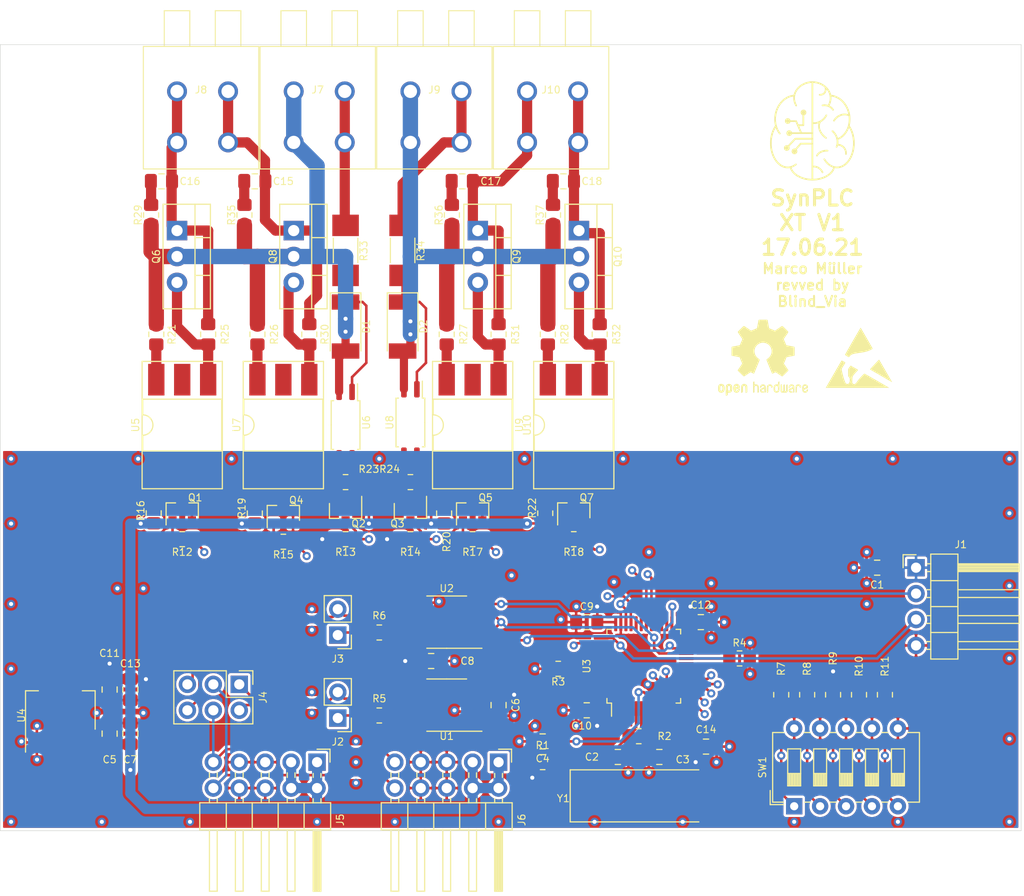
<source format=kicad_pcb>
(kicad_pcb (version 20171130) (host pcbnew 5.1.10-88a1d61d58~90~ubuntu20.04.1)
  (layers (0 F.Cu signal) (1 In1.Cu power) (2 In2.Cu power) (31 B.Cu signal) (34 B.Paste user hide) (35 F.Paste user hide) (36 B.SilkS user hide) (37 F.SilkS user) (38 B.Mask user hide) (39 F.Mask user hide) (44 Edge.Cuts user))
  (net 0 "")
  (net 1 GND)
  (net 2 +3V3)
  (net 3 "Net-(C2-Pad1)")
  (net 4 "Net-(C3-Pad1)")
  (net 5 "Net-(C4-Pad1)")
  (net 6 VCC)
  (net 7 "Net-(C15-Pad2)")
  (net 8 "Net-(C15-Pad1)")
  (net 9 "Net-(C16-Pad2)")
  (net 10 "Net-(C16-Pad1)")
  (net 11 "Net-(C17-Pad2)")
  (net 12 "Net-(C17-Pad1)")
  (net 13 "Net-(C18-Pad2)")
  (net 14 "Net-(C18-Pad1)")
  (net 15 SWCLK)
  (net 16 SWIO)
  (net 17 "Net-(J2-Pad2)")
  (net 18 "Net-(J2-Pad1)")
  (net 19 "Net-(J3-Pad2)")
  (net 20 "Net-(J3-Pad1)")
  (net 21 "Net-(J4-Pad6)")
  (net 22 BUS+)
  (net 23 BUS-)
  (net 24 "Net-(J4-Pad2)")
  (net 25 "Net-(Q1-Pad3)")
  (net 26 "Net-(Q1-Pad1)")
  (net 27 "Net-(Q2-Pad1)")
  (net 28 "Net-(Q3-Pad1)")
  (net 29 "Net-(Q4-Pad3)")
  (net 30 "Net-(Q4-Pad1)")
  (net 31 "Net-(Q5-Pad3)")
  (net 32 "Net-(Q6-Pad3)")
  (net 33 "Net-(Q7-Pad3)")
  (net 34 "Net-(Q8-Pad3)")
  (net 35 "Net-(R3-Pad1)")
  (net 36 "Net-(R4-Pad1)")
  (net 37 "Net-(R7-Pad1)")
  (net 38 "Net-(R8-Pad1)")
  (net 39 "Net-(R9-Pad1)")
  (net 40 "Net-(R10-Pad1)")
  (net 41 "Net-(R11-Pad1)")
  (net 42 CH1)
  (net 43 CH2)
  (net 44 CH3)
  (net 45 CH4)
  (net 46 "Net-(R16-Pad1)")
  (net 47 "Net-(R19-Pad1)")
  (net 48 "Net-(R21-Pad2)")
  (net 49 "Net-(U1-Pad8)")
  (net 50 "Net-(U1-Pad5)")
  (net 51 CAN_RD)
  (net 52 CAN_TD)
  (net 53 TXD)
  (net 54 DIR)
  (net 55 RXD)
  (net 56 "Net-(U3-Pad43)")
  (net 57 "Net-(U3-Pad42)")
  (net 58 "Net-(U3-Pad41)")
  (net 59 "Net-(U3-Pad40)")
  (net 60 "Net-(U3-Pad39)")
  (net 61 "Net-(U3-Pad28)")
  (net 62 "Net-(U3-Pad27)")
  (net 63 "Net-(U3-Pad26)")
  (net 64 "Net-(U3-Pad19)")
  (net 65 "Net-(U3-Pad18)")
  (net 66 "Net-(U3-Pad17)")
  (net 67 "Net-(U3-Pad4)")
  (net 68 "Net-(U3-Pad3)")
  (net 69 "Net-(U3-Pad2)")
  (net 70 "Net-(U5-Pad3)")
  (net 71 "Net-(U5-Pad5)")
  (net 72 "Net-(U7-Pad3)")
  (net 73 "Net-(U7-Pad5)")
  (net 74 "Net-(D1-Pad2)")
  (net 75 "Net-(D1-Pad1)")
  (net 76 "Net-(D2-Pad2)")
  (net 77 "Net-(D2-Pad1)")
  (net 78 ZC1)
  (net 79 ZC2)
  (net 80 "Net-(Q5-Pad1)")
  (net 81 "Net-(Q7-Pad1)")
  (net 82 "Net-(Q9-Pad3)")
  (net 83 "Net-(Q10-Pad3)")
  (net 84 "Net-(R20-Pad1)")
  (net 85 "Net-(R22-Pad1)")
  (net 86 "Net-(R23-Pad1)")
  (net 87 "Net-(R24-Pad1)")
  (net 88 "Net-(R26-Pad2)")
  (net 89 "Net-(R27-Pad2)")
  (net 90 "Net-(R28-Pad2)")
  (net 91 "Net-(U9-Pad3)")
  (net 92 "Net-(U9-Pad5)")
  (net 93 "Net-(U10-Pad3)")
  (net 94 "Net-(U10-Pad5)")
  (net 95 "Net-(J7-Pad3)")
  (net 96 "Net-(J9-Pad3)")
  (net 97 "Net-(U3-Pad32)")
  (net 98 "Net-(U3-Pad31)")
  (module Symbol:ESD-Logo_6.6x6mm_SilkScreen (layer F.Cu) (at 182.118 89.662)
    (fp_text reference REF** hide)
    (fp_text value ESD-Logo_6.6x6mm_SilkScreen hide)
  )
  (module Resistor_SMD:R_MELF_MMB-0207 (layer F.Cu) (at 137.414 79.158 270)
    (fp_text reference R34 (at 0.05 -1.778 90) (layer F.SilkS) (effects (font (size 0.7 0.7) (thickness 0.1))))
    (fp_text value 56k)
    (pad 2 smd rect (at 2.45 0 270) (size 2.1 2.6) (layers F.Cu F.Paste F.Mask) (net 77 "Net-(D2-Pad1)"))
    (pad 1 smd rect (at -2.45 0 270) (size 2.1 2.6) (layers F.Cu F.Paste F.Mask) (net 96 "Net-(J9-Pad3)"))
  )
  (module Resistor_SMD:R_MELF_MMB-0207 (layer F.Cu) (at 131.826 79.158 270)
    (fp_text reference R33 (at 0.05 -1.778 90) (layer F.SilkS) (effects (font (size 0.7 0.7) (thickness 0.1))))
    (fp_text value 56k)
    (pad 2 smd rect (at 2.45 0 270) (size 2.1 2.6) (layers F.Cu F.Paste F.Mask) (net 75 "Net-(D1-Pad1)"))
    (pad 1 smd rect (at -2.45 0 270) (size 2.1 2.6) (layers F.Cu F.Paste F.Mask) (net 95 "Net-(J7-Pad3)"))
  )
  (module Package_DIP:DIP-6_W8.89mm_SMDSocket_LongPads (layer F.Cu) (at 154.178 96.266 90)
    (fp_text reference U10 (at 0 -4.572 90) (layer F.SilkS) (effects (font (size 0.7 0.7) (thickness 0.1))))
    (fp_text value MOC3043M)
    (pad 6 smd rect (at 4.445 -2.54 90) (size 3.1 1.6) (layers F.Cu F.Paste F.Mask) (net 90 "Net-(R28-Pad2)"))
    (pad 3 smd rect (at -4.445 2.54 90) (size 3.1 1.6) (layers F.Cu F.Paste F.Mask) (net 93 "Net-(U10-Pad3)"))
    (pad 5 smd rect (at 4.445 0 90) (size 3.1 1.6) (layers F.Cu F.Paste F.Mask) (net 94 "Net-(U10-Pad5)"))
    (pad 2 smd rect (at -4.445 0 90) (size 3.1 1.6) (layers F.Cu F.Paste F.Mask) (net 33 "Net-(Q7-Pad3)"))
    (pad 4 smd rect (at 4.445 2.54 90) (size 3.1 1.6) (layers F.Cu F.Paste F.Mask) (net 83 "Net-(Q10-Pad3)"))
    (pad 1 smd rect (at -4.445 -2.54 90) (size 3.1 1.6) (layers F.Cu F.Paste F.Mask) (net 85 "Net-(R22-Pad1)"))
  )
  (module Package_DIP:DIP-6_W8.89mm_SMDSocket_LongPads (layer F.Cu) (at 144.272 96.266 90)
    (fp_text reference U9 (at 0 4.572 90) (layer F.SilkS) (effects (font (size 0.7 0.7) (thickness 0.1))))
    (fp_text value MOC3043M)
    (pad 6 smd rect (at 4.445 -2.54 90) (size 3.1 1.6) (layers F.Cu F.Paste F.Mask) (net 89 "Net-(R27-Pad2)"))
    (pad 3 smd rect (at -4.445 2.54 90) (size 3.1 1.6) (layers F.Cu F.Paste F.Mask) (net 91 "Net-(U9-Pad3)"))
    (pad 5 smd rect (at 4.445 0 90) (size 3.1 1.6) (layers F.Cu F.Paste F.Mask) (net 92 "Net-(U9-Pad5)"))
    (pad 2 smd rect (at -4.445 0 90) (size 3.1 1.6) (layers F.Cu F.Paste F.Mask) (net 31 "Net-(Q5-Pad3)"))
    (pad 4 smd rect (at 4.445 2.54 90) (size 3.1 1.6) (layers F.Cu F.Paste F.Mask) (net 82 "Net-(Q9-Pad3)"))
    (pad 1 smd rect (at -4.445 -2.54 90) (size 3.1 1.6) (layers F.Cu F.Paste F.Mask) (net 84 "Net-(R20-Pad1)"))
  )
  (module Package_SO:SOIC-4_4.55x2.6mm_P1.27mm (layer F.Cu) (at 138.176 96.012 270)
    (fp_text reference U8 (at 0 2.032 90) (layer F.SilkS) (effects (font (size 0.7 0.7) (thickness 0.1))))
    (fp_text value TLP291)
    (pad 4 smd roundrect (at 3.25 -0.635 270) (size 1.6 0.55) (layers F.Cu F.Paste F.Mask) (net 6 VCC))
    (pad 3 smd roundrect (at 3.25 0.635 270) (size 1.6 0.55) (layers F.Cu F.Paste F.Mask) (net 87 "Net-(R24-Pad1)"))
    (pad 2 smd roundrect (at -3.25 0.635 270) (size 1.6 0.55) (layers F.Cu F.Paste F.Mask) (net 76 "Net-(D2-Pad2)"))
    (pad 1 smd roundrect (at -3.25 -0.635 270) (size 1.6 0.55) (layers F.Cu F.Paste F.Mask) (net 77 "Net-(D2-Pad1)"))
  )
  (module Package_DIP:DIP-6_W8.89mm_SMDSocket_LongPads (layer F.Cu) (at 125.73 96.266 90)
    (fp_text reference U7 (at 0 -4.572 90) (layer F.SilkS) (effects (font (size 0.7 0.7) (thickness 0.1))))
    (fp_text value MOC3043M)
    (pad 6 smd rect (at 4.445 -2.54 90) (size 3.1 1.6) (layers F.Cu F.Paste F.Mask) (net 88 "Net-(R26-Pad2)"))
    (pad 3 smd rect (at -4.445 2.54 90) (size 3.1 1.6) (layers F.Cu F.Paste F.Mask) (net 72 "Net-(U7-Pad3)"))
    (pad 5 smd rect (at 4.445 0 90) (size 3.1 1.6) (layers F.Cu F.Paste F.Mask) (net 73 "Net-(U7-Pad5)"))
    (pad 2 smd rect (at -4.445 0 90) (size 3.1 1.6) (layers F.Cu F.Paste F.Mask) (net 29 "Net-(Q4-Pad3)"))
    (pad 4 smd rect (at 4.445 2.54 90) (size 3.1 1.6) (layers F.Cu F.Paste F.Mask) (net 34 "Net-(Q8-Pad3)"))
    (pad 1 smd rect (at -4.445 -2.54 90) (size 3.1 1.6) (layers F.Cu F.Paste F.Mask) (net 47 "Net-(R19-Pad1)"))
  )
  (module Package_SO:SOIC-4_4.55x2.6mm_P1.27mm (layer F.Cu) (at 131.826 96.266 270)
    (fp_text reference U6 (at -0.254 -2.032 90) (layer F.SilkS) (effects (font (size 0.7 0.7) (thickness 0.1))))
    (fp_text value TLP291)
    (pad 4 smd roundrect (at 3.25 -0.635 270) (size 1.6 0.55) (layers F.Cu F.Paste F.Mask) (net 6 VCC))
    (pad 3 smd roundrect (at 3.25 0.635 270) (size 1.6 0.55) (layers F.Cu F.Paste F.Mask) (net 86 "Net-(R23-Pad1)"))
    (pad 2 smd roundrect (at -3.25 0.635 270) (size 1.6 0.55) (layers F.Cu F.Paste F.Mask) (net 74 "Net-(D1-Pad2)"))
    (pad 1 smd roundrect (at -3.25 -0.635 270) (size 1.6 0.55) (layers F.Cu F.Paste F.Mask) (net 75 "Net-(D1-Pad1)"))
  )
  (module Package_DIP:DIP-6_W8.89mm_SMDSocket_LongPads (layer F.Cu) (at 115.824 96.266 90)
    (fp_text reference U5 (at 0 -4.572 90) (layer F.SilkS) (effects (font (size 0.7 0.7) (thickness 0.1))))
    (fp_text value MOC3043M)
    (pad 6 smd rect (at 4.445 -2.54 90) (size 3.1 1.6) (layers F.Cu F.Paste F.Mask) (net 48 "Net-(R21-Pad2)"))
    (pad 3 smd rect (at -4.445 2.54 90) (size 3.1 1.6) (layers F.Cu F.Paste F.Mask) (net 70 "Net-(U5-Pad3)"))
    (pad 5 smd rect (at 4.445 0 90) (size 3.1 1.6) (layers F.Cu F.Paste F.Mask) (net 71 "Net-(U5-Pad5)"))
    (pad 2 smd rect (at -4.445 0 90) (size 3.1 1.6) (layers F.Cu F.Paste F.Mask) (net 25 "Net-(Q1-Pad3)"))
    (pad 4 smd rect (at 4.445 2.54 90) (size 3.1 1.6) (layers F.Cu F.Paste F.Mask) (net 32 "Net-(Q6-Pad3)"))
    (pad 1 smd rect (at -4.445 -2.54 90) (size 3.1 1.6) (layers F.Cu F.Paste F.Mask) (net 46 "Net-(R16-Pad1)"))
  )
  (module Resistor_SMD:R_0805_2012Metric_Pad1.20x1.40mm_HandSolder (layer F.Cu) (at 152.146 75.692 90)
    (fp_text reference R37 (at 0 -1.27 90) (layer F.SilkS) (effects (font (size 0.7 0.7) (thickness 0.1))))
    (fp_text value 68)
    (pad 2 smd roundrect (at 1 0 90) (size 1.2 1.4) (layers F.Cu F.Paste F.Mask) (roundrect_rratio 0.2083325) (net 14 "Net-(C18-Pad1)"))
    (pad 1 smd roundrect (at -1 0 90) (size 1.2 1.4) (layers F.Cu F.Paste F.Mask) (roundrect_rratio 0.2083325) (net 76 "Net-(D2-Pad2)"))
  )
  (module Resistor_SMD:R_0805_2012Metric_Pad1.20x1.40mm_HandSolder (layer F.Cu) (at 142.24 75.692 90)
    (fp_text reference R36 (at 0 -1.27 90) (layer F.SilkS) (effects (font (size 0.7 0.7) (thickness 0.1))))
    (fp_text value 68)
    (pad 2 smd roundrect (at 1 0 90) (size 1.2 1.4) (layers F.Cu F.Paste F.Mask) (roundrect_rratio 0.2083325) (net 12 "Net-(C17-Pad1)"))
    (pad 1 smd roundrect (at -1 0 90) (size 1.2 1.4) (layers F.Cu F.Paste F.Mask) (roundrect_rratio 0.2083325) (net 76 "Net-(D2-Pad2)"))
  )
  (module Resistor_SMD:R_0805_2012Metric_Pad1.20x1.40mm_HandSolder (layer F.Cu) (at 121.92 75.692 90)
    (fp_text reference R35 (at 0 -1.27 90) (layer F.SilkS) (effects (font (size 0.7 0.7) (thickness 0.1))))
    (fp_text value 68)
    (pad 2 smd roundrect (at 1 0 90) (size 1.2 1.4) (layers F.Cu F.Paste F.Mask) (roundrect_rratio 0.2083325) (net 8 "Net-(C15-Pad1)"))
    (pad 1 smd roundrect (at -1 0 90) (size 1.2 1.4) (layers F.Cu F.Paste F.Mask) (roundrect_rratio 0.2083325) (net 74 "Net-(D1-Pad2)"))
  )
  (module Resistor_SMD:R_0805_2012Metric_Pad1.20x1.40mm_HandSolder (layer F.Cu) (at 156.718 87.376 270)
    (fp_text reference R32 (at 0 -1.65 90) (layer F.SilkS) (effects (font (size 0.7 0.7) (thickness 0.1))))
    (fp_text value 330)
    (pad 2 smd roundrect (at 1 0 270) (size 1.2 1.4) (layers F.Cu F.Paste F.Mask) (roundrect_rratio 0.2083325) (net 83 "Net-(Q10-Pad3)"))
    (pad 1 smd roundrect (at -1 0 270) (size 1.2 1.4) (layers F.Cu F.Paste F.Mask) (roundrect_rratio 0.2083325) (net 13 "Net-(C18-Pad2)"))
  )
  (module Resistor_SMD:R_0805_2012Metric_Pad1.20x1.40mm_HandSolder (layer F.Cu) (at 146.812 87.376 270)
    (fp_text reference R31 (at 0 -1.65 90) (layer F.SilkS) (effects (font (size 0.7 0.7) (thickness 0.1))))
    (fp_text value 330)
    (pad 2 smd roundrect (at 1 0 270) (size 1.2 1.4) (layers F.Cu F.Paste F.Mask) (roundrect_rratio 0.2083325) (net 82 "Net-(Q9-Pad3)"))
    (pad 1 smd roundrect (at -1 0 270) (size 1.2 1.4) (layers F.Cu F.Paste F.Mask) (roundrect_rratio 0.2083325) (net 11 "Net-(C17-Pad2)"))
  )
  (module Resistor_SMD:R_0805_2012Metric_Pad1.20x1.40mm_HandSolder (layer F.Cu) (at 128.27 87.376 270)
    (fp_text reference R30 (at 0 -1.524 90) (layer F.SilkS) (effects (font (size 0.7 0.7) (thickness 0.1))))
    (fp_text value 330)
    (pad 2 smd roundrect (at 1 0 270) (size 1.2 1.4) (layers F.Cu F.Paste F.Mask) (roundrect_rratio 0.2083325) (net 34 "Net-(Q8-Pad3)"))
    (pad 1 smd roundrect (at -1 0 270) (size 1.2 1.4) (layers F.Cu F.Paste F.Mask) (roundrect_rratio 0.2083325) (net 7 "Net-(C15-Pad2)"))
  )
  (module Resistor_SMD:R_0805_2012Metric_Pad1.20x1.40mm_HandSolder (layer F.Cu) (at 112.776 75.692 90)
    (fp_text reference R29 (at 0 -1.27 90) (layer F.SilkS) (effects (font (size 0.7 0.7) (thickness 0.1))))
    (fp_text value 68)
    (pad 2 smd roundrect (at 1 0 90) (size 1.2 1.4) (layers F.Cu F.Paste F.Mask) (roundrect_rratio 0.2083325) (net 10 "Net-(C16-Pad1)"))
    (pad 1 smd roundrect (at -1 0 90) (size 1.2 1.4) (layers F.Cu F.Paste F.Mask) (roundrect_rratio 0.2083325) (net 74 "Net-(D1-Pad2)"))
  )
  (module Resistor_SMD:R_0805_2012Metric_Pad1.20x1.40mm_HandSolder (layer F.Cu) (at 151.638 87.376 270)
    (fp_text reference R28 (at 0 -1.65 90) (layer F.SilkS) (effects (font (size 0.7 0.7) (thickness 0.1))))
    (fp_text value 360)
    (pad 2 smd roundrect (at 1 0 270) (size 1.2 1.4) (layers F.Cu F.Paste F.Mask) (roundrect_rratio 0.2083325) (net 90 "Net-(R28-Pad2)"))
    (pad 1 smd roundrect (at -1 0 270) (size 1.2 1.4) (layers F.Cu F.Paste F.Mask) (roundrect_rratio 0.2083325) (net 76 "Net-(D2-Pad2)"))
  )
  (module Resistor_SMD:R_0805_2012Metric_Pad1.20x1.40mm_HandSolder (layer F.Cu) (at 141.732 87.376 270)
    (fp_text reference R27 (at 0 -1.65 90) (layer F.SilkS) (effects (font (size 0.7 0.7) (thickness 0.1))))
    (fp_text value 360)
    (pad 2 smd roundrect (at 1 0 270) (size 1.2 1.4) (layers F.Cu F.Paste F.Mask) (roundrect_rratio 0.2083325) (net 89 "Net-(R27-Pad2)"))
    (pad 1 smd roundrect (at -1 0 270) (size 1.2 1.4) (layers F.Cu F.Paste F.Mask) (roundrect_rratio 0.2083325) (net 76 "Net-(D2-Pad2)"))
  )
  (module Resistor_SMD:R_0805_2012Metric_Pad1.20x1.40mm_HandSolder (layer F.Cu) (at 123.19 87.376 270)
    (fp_text reference R26 (at 0 -1.65 90) (layer F.SilkS) (effects (font (size 0.7 0.7) (thickness 0.1))))
    (fp_text value 360)
    (pad 2 smd roundrect (at 1 0 270) (size 1.2 1.4) (layers F.Cu F.Paste F.Mask) (roundrect_rratio 0.2083325) (net 88 "Net-(R26-Pad2)"))
    (pad 1 smd roundrect (at -1 0 270) (size 1.2 1.4) (layers F.Cu F.Paste F.Mask) (roundrect_rratio 0.2083325) (net 74 "Net-(D1-Pad2)"))
  )
  (module Resistor_SMD:R_0805_2012Metric_Pad1.20x1.40mm_HandSolder (layer F.Cu) (at 118.364 87.376 270)
    (fp_text reference R25 (at 0 -1.65 90) (layer F.SilkS) (effects (font (size 0.7 0.7) (thickness 0.1))))
    (fp_text value 330)
    (pad 2 smd roundrect (at 1 0 270) (size 1.2 1.4) (layers F.Cu F.Paste F.Mask) (roundrect_rratio 0.2083325) (net 32 "Net-(Q6-Pad3)"))
    (pad 1 smd roundrect (at -1 0 270) (size 1.2 1.4) (layers F.Cu F.Paste F.Mask) (roundrect_rratio 0.2083325) (net 9 "Net-(C16-Pad2)"))
  )
  (module Resistor_SMD:R_0805_2012Metric_Pad1.20x1.40mm_HandSolder (layer F.Cu) (at 138.176 101.854)
    (fp_text reference R24 (at -2.032 -1.27) (layer F.SilkS) (effects (font (size 0.7 0.7) (thickness 0.1))))
    (fp_text value 1k)
    (pad 2 smd roundrect (at 1 0) (size 1.2 1.4) (layers F.Cu F.Paste F.Mask) (roundrect_rratio 0.2083325) (net 28 "Net-(Q3-Pad1)"))
    (pad 1 smd roundrect (at -1 0) (size 1.2 1.4) (layers F.Cu F.Paste F.Mask) (roundrect_rratio 0.2083325) (net 87 "Net-(R24-Pad1)"))
  )
  (module Resistor_SMD:R_0805_2012Metric_Pad1.20x1.40mm_HandSolder (layer F.Cu) (at 131.826 101.854)
    (fp_text reference R23 (at 2.286 -1.27) (layer F.SilkS) (effects (font (size 0.7 0.7) (thickness 0.1))))
    (fp_text value 1k)
    (pad 2 smd roundrect (at 1 0) (size 1.2 1.4) (layers F.Cu F.Paste F.Mask) (roundrect_rratio 0.2083325) (net 27 "Net-(Q2-Pad1)"))
    (pad 1 smd roundrect (at -1 0) (size 1.2 1.4) (layers F.Cu F.Paste F.Mask) (roundrect_rratio 0.2083325) (net 86 "Net-(R23-Pad1)"))
  )
  (module Resistor_SMD:R_0805_2012Metric_Pad1.20x1.40mm_HandSolder (layer F.Cu) (at 151.384 104.902 270)
    (fp_text reference R22 (at -0.508 1.27 90) (layer F.SilkS) (effects (font (size 0.7 0.7) (thickness 0.1))))
    (fp_text value "max 360")
    (pad 2 smd roundrect (at 1 0 270) (size 1.2 1.4) (layers F.Cu F.Paste F.Mask) (roundrect_rratio 0.2083325) (net 6 VCC))
    (pad 1 smd roundrect (at -1 0 270) (size 1.2 1.4) (layers F.Cu F.Paste F.Mask) (roundrect_rratio 0.2083325) (net 85 "Net-(R22-Pad1)"))
  )
  (module Resistor_SMD:R_0805_2012Metric_Pad1.20x1.40mm_HandSolder (layer F.Cu) (at 113.284 87.376 270)
    (fp_text reference R21 (at 0 -1.524 90) (layer F.SilkS) (effects (font (size 0.7 0.7) (thickness 0.1))))
    (fp_text value 360)
    (pad 2 smd roundrect (at 1 0 270) (size 1.2 1.4) (layers F.Cu F.Paste F.Mask) (roundrect_rratio 0.2083325) (net 48 "Net-(R21-Pad2)"))
    (pad 1 smd roundrect (at -1 0 270) (size 1.2 1.4) (layers F.Cu F.Paste F.Mask) (roundrect_rratio 0.2083325) (net 74 "Net-(D1-Pad2)"))
  )
  (module Resistor_SMD:R_0805_2012Metric_Pad1.20x1.40mm_HandSolder (layer F.Cu) (at 141.478 104.902 270)
    (fp_text reference R20 (at 2.794 -0.254 90) (layer F.SilkS) (effects (font (size 0.7 0.7) (thickness 0.1))))
    (fp_text value "max 360")
    (pad 2 smd roundrect (at 1 0 270) (size 1.2 1.4) (layers F.Cu F.Paste F.Mask) (roundrect_rratio 0.2083325) (net 6 VCC))
    (pad 1 smd roundrect (at -1 0 270) (size 1.2 1.4) (layers F.Cu F.Paste F.Mask) (roundrect_rratio 0.2083325) (net 84 "Net-(R20-Pad1)"))
  )
  (module Resistor_SMD:R_0805_2012Metric_Pad1.20x1.40mm_HandSolder (layer F.Cu) (at 122.936 104.902 270)
    (fp_text reference R19 (at -0.508 1.27 90) (layer F.SilkS) (effects (font (size 0.7 0.7) (thickness 0.1))))
    (fp_text value "max 360")
    (pad 2 smd roundrect (at 1 0 270) (size 1.2 1.4) (layers F.Cu F.Paste F.Mask) (roundrect_rratio 0.2083325) (net 6 VCC))
    (pad 1 smd roundrect (at -1 0 270) (size 1.2 1.4) (layers F.Cu F.Paste F.Mask) (roundrect_rratio 0.2083325) (net 47 "Net-(R19-Pad1)"))
  )
  (module Resistor_SMD:R_0805_2012Metric_Pad1.20x1.40mm_HandSolder (layer F.Cu) (at 154.178 107.442)
    (fp_text reference R18 (at 0 1.27) (layer F.SilkS) (effects (font (size 0.7 0.7) (thickness 0.1))))
    (fp_text value 1k)
    (pad 2 smd roundrect (at 1 0) (size 1.2 1.4) (layers F.Cu F.Paste F.Mask) (roundrect_rratio 0.2083325) (net 45 CH4))
    (pad 1 smd roundrect (at -1 0) (size 1.2 1.4) (layers F.Cu F.Paste F.Mask) (roundrect_rratio 0.2083325) (net 81 "Net-(Q7-Pad1)"))
  )
  (module Resistor_SMD:R_0805_2012Metric_Pad1.20x1.40mm_HandSolder (layer F.Cu) (at 144.272 107.442)
    (fp_text reference R17 (at 0 1.27) (layer F.SilkS) (effects (font (size 0.7 0.7) (thickness 0.1))))
    (fp_text value 1k)
    (pad 2 smd roundrect (at 1 0) (size 1.2 1.4) (layers F.Cu F.Paste F.Mask) (roundrect_rratio 0.2083325) (net 44 CH3))
    (pad 1 smd roundrect (at -1 0) (size 1.2 1.4) (layers F.Cu F.Paste F.Mask) (roundrect_rratio 0.2083325) (net 80 "Net-(Q5-Pad1)"))
  )
  (module Resistor_SMD:R_0805_2012Metric_Pad1.20x1.40mm_HandSolder (layer F.Cu) (at 113.03 104.886 270)
    (fp_text reference R16 (at -0.238 1.27 90) (layer F.SilkS) (effects (font (size 0.7 0.7) (thickness 0.1))))
    (fp_text value "max 360")
    (pad 2 smd roundrect (at 1 0 270) (size 1.2 1.4) (layers F.Cu F.Paste F.Mask) (roundrect_rratio 0.2083325) (net 6 VCC))
    (pad 1 smd roundrect (at -1 0 270) (size 1.2 1.4) (layers F.Cu F.Paste F.Mask) (roundrect_rratio 0.2083325) (net 46 "Net-(R16-Pad1)"))
  )
  (module Resistor_SMD:R_0805_2012Metric_Pad1.20x1.40mm_HandSolder (layer F.Cu) (at 125.73 107.696)
    (fp_text reference R15 (at 0 1.27) (layer F.SilkS) (effects (font (size 0.7 0.7) (thickness 0.1))))
    (fp_text value 1k)
    (pad 2 smd roundrect (at 1 0) (size 1.2 1.4) (layers F.Cu F.Paste F.Mask) (roundrect_rratio 0.2083325) (net 43 CH2))
    (pad 1 smd roundrect (at -1 0) (size 1.2 1.4) (layers F.Cu F.Paste F.Mask) (roundrect_rratio 0.2083325) (net 30 "Net-(Q4-Pad1)"))
  )
  (module Resistor_SMD:R_0805_2012Metric_Pad1.20x1.40mm_HandSolder (layer F.Cu) (at 138.176 107.442)
    (fp_text reference R14 (at 0 1.27) (layer F.SilkS) (effects (font (size 0.7 0.7) (thickness 0.1))))
    (fp_text value 1k)
    (pad 2 smd roundrect (at 1 0) (size 1.2 1.4) (layers F.Cu F.Paste F.Mask) (roundrect_rratio 0.2083325) (net 79 ZC2))
    (pad 1 smd roundrect (at -1 0) (size 1.2 1.4) (layers F.Cu F.Paste F.Mask) (roundrect_rratio 0.2083325) (net 2 +3V3))
  )
  (module Resistor_SMD:R_0805_2012Metric_Pad1.20x1.40mm_HandSolder (layer F.Cu) (at 131.826 107.442)
    (fp_text reference R13 (at 0 1.27) (layer F.SilkS) (effects (font (size 0.7 0.7) (thickness 0.1))))
    (fp_text value 1k)
    (pad 2 smd roundrect (at 1 0) (size 1.2 1.4) (layers F.Cu F.Paste F.Mask) (roundrect_rratio 0.2083325) (net 78 ZC1))
    (pad 1 smd roundrect (at -1 0) (size 1.2 1.4) (layers F.Cu F.Paste F.Mask) (roundrect_rratio 0.2083325) (net 2 +3V3))
  )
  (module Resistor_SMD:R_0805_2012Metric_Pad1.20x1.40mm_HandSolder (layer F.Cu) (at 115.824 107.442)
    (fp_text reference R12 (at 0 1.27) (layer F.SilkS) (effects (font (size 0.7 0.7) (thickness 0.1))))
    (fp_text value 1k)
    (pad 2 smd roundrect (at 1 0) (size 1.2 1.4) (layers F.Cu F.Paste F.Mask) (roundrect_rratio 0.2083325) (net 42 CH1))
    (pad 1 smd roundrect (at -1 0) (size 1.2 1.4) (layers F.Cu F.Paste F.Mask) (roundrect_rratio 0.2083325) (net 26 "Net-(Q1-Pad1)"))
  )
  (module Package_TO_SOT_THT:TO-220-3_Vertical (layer F.Cu) (at 154.686 77.216 270)
    (fp_text reference Q10 (at 2.54 -3.81 90) (layer F.SilkS) (effects (font (size 0.7 0.7) (thickness 0.1))))
    (fp_text value BT136-500)
    (pad 3 thru_hole oval (at 5.08 0 270) (size 1.905 2) (drill 1.1) (layers *.Cu *.Mask) (net 83 "Net-(Q10-Pad3)"))
    (pad 2 thru_hole oval (at 2.54 0 270) (size 1.905 2) (drill 1.1) (layers *.Cu *.Mask) (net 76 "Net-(D2-Pad2)"))
    (pad 1 thru_hole rect (at 0 0 270) (size 1.905 2) (drill 1.1) (layers *.Cu *.Mask) (net 13 "Net-(C18-Pad2)"))
  )
  (module Package_TO_SOT_THT:TO-220-3_Vertical (layer F.Cu) (at 144.78 77.216 270)
    (fp_text reference Q9 (at 2.54 -3.81 90) (layer F.SilkS) (effects (font (size 0.7 0.7) (thickness 0.1))))
    (fp_text value BT136-500)
    (pad 3 thru_hole oval (at 5.08 0 270) (size 1.905 2) (drill 1.1) (layers *.Cu *.Mask) (net 82 "Net-(Q9-Pad3)"))
    (pad 2 thru_hole oval (at 2.54 0 270) (size 1.905 2) (drill 1.1) (layers *.Cu *.Mask) (net 76 "Net-(D2-Pad2)"))
    (pad 1 thru_hole rect (at 0 0 270) (size 1.905 2) (drill 1.1) (layers *.Cu *.Mask) (net 11 "Net-(C17-Pad2)"))
  )
  (module Package_TO_SOT_THT:TO-220-3_Vertical (layer F.Cu) (at 126.746 77.216 270)
    (fp_text reference Q8 (at 2.54 2.032 90) (layer F.SilkS) (effects (font (size 0.7 0.7) (thickness 0.1))))
    (fp_text value BT136-500)
    (pad 3 thru_hole oval (at 5.08 0 270) (size 1.905 2) (drill 1.1) (layers *.Cu *.Mask) (net 34 "Net-(Q8-Pad3)"))
    (pad 2 thru_hole oval (at 2.54 0 270) (size 1.905 2) (drill 1.1) (layers *.Cu *.Mask) (net 74 "Net-(D1-Pad2)"))
    (pad 1 thru_hole rect (at 0 0 270) (size 1.905 2) (drill 1.1) (layers *.Cu *.Mask) (net 7 "Net-(C15-Pad2)"))
  )
  (module Package_TO_SOT_SMD:SOT-23 (layer F.Cu) (at 154.178 104.648 90)
    (fp_text reference Q7 (at 1.27 1.27 180) (layer F.SilkS) (effects (font (size 0.7 0.7) (thickness 0.1))))
    (fp_text value BC846)
    (pad 3 smd rect (at 1 0 90) (size 0.9 0.8) (layers F.Cu F.Paste F.Mask) (net 33 "Net-(Q7-Pad3)"))
    (pad 2 smd rect (at -1 0.95 90) (size 0.9 0.8) (layers F.Cu F.Paste F.Mask) (net 1 GND))
    (pad 1 smd rect (at -1 -0.95 90) (size 0.9 0.8) (layers F.Cu F.Paste F.Mask) (net 81 "Net-(Q7-Pad1)"))
  )
  (module Package_TO_SOT_THT:TO-220-3_Vertical (layer F.Cu) (at 115.316 77.216 270)
    (fp_text reference Q6 (at 2.54 2.032 90) (layer F.SilkS) (effects (font (size 0.7 0.7) (thickness 0.1))))
    (fp_text value BT136-500)
    (pad 3 thru_hole oval (at 5.08 0 270) (size 1.905 2) (drill 1.1) (layers *.Cu *.Mask) (net 32 "Net-(Q6-Pad3)"))
    (pad 2 thru_hole oval (at 2.54 0 270) (size 1.905 2) (drill 1.1) (layers *.Cu *.Mask) (net 74 "Net-(D1-Pad2)"))
    (pad 1 thru_hole rect (at 0 0 270) (size 1.905 2) (drill 1.1) (layers *.Cu *.Mask) (net 9 "Net-(C16-Pad2)"))
  )
  (module Package_TO_SOT_SMD:SOT-23 (layer F.Cu) (at 144.272 104.648 90)
    (fp_text reference Q5 (at 1.27 1.27 180) (layer F.SilkS) (effects (font (size 0.7 0.7) (thickness 0.1))))
    (fp_text value BC846)
    (pad 3 smd rect (at 1 0 90) (size 0.9 0.8) (layers F.Cu F.Paste F.Mask) (net 31 "Net-(Q5-Pad3)"))
    (pad 2 smd rect (at -1 0.95 90) (size 0.9 0.8) (layers F.Cu F.Paste F.Mask) (net 1 GND))
    (pad 1 smd rect (at -1 -0.95 90) (size 0.9 0.8) (layers F.Cu F.Paste F.Mask) (net 80 "Net-(Q5-Pad1)"))
  )
  (module Package_TO_SOT_SMD:SOT-23 (layer F.Cu) (at 125.73 104.902 90)
    (fp_text reference Q4 (at 1.27 1.27 180) (layer F.SilkS) (effects (font (size 0.7 0.7) (thickness 0.1))))
    (fp_text value BC846)
    (pad 3 smd rect (at 1 0 90) (size 0.9 0.8) (layers F.Cu F.Paste F.Mask) (net 29 "Net-(Q4-Pad3)"))
    (pad 2 smd rect (at -1 0.95 90) (size 0.9 0.8) (layers F.Cu F.Paste F.Mask) (net 1 GND))
    (pad 1 smd rect (at -1 -0.95 90) (size 0.9 0.8) (layers F.Cu F.Paste F.Mask) (net 30 "Net-(Q4-Pad1)"))
  )
  (module Package_TO_SOT_SMD:SOT-23 (layer F.Cu) (at 138.176 104.648 270)
    (fp_text reference Q3 (at 1.27 1.27 180) (layer F.SilkS) (effects (font (size 0.7 0.7) (thickness 0.1))))
    (fp_text value BC846)
    (pad 3 smd rect (at 1 0 270) (size 0.9 0.8) (layers F.Cu F.Paste F.Mask) (net 79 ZC2))
    (pad 2 smd rect (at -1 0.95 270) (size 0.9 0.8) (layers F.Cu F.Paste F.Mask) (net 1 GND))
    (pad 1 smd rect (at -1 -0.95 270) (size 0.9 0.8) (layers F.Cu F.Paste F.Mask) (net 28 "Net-(Q3-Pad1)"))
  )
  (module Package_TO_SOT_SMD:SOT-23 (layer F.Cu) (at 131.826 104.648 270)
    (fp_text reference Q2 (at 1.27 -1.27 180) (layer F.SilkS) (effects (font (size 0.7 0.7) (thickness 0.1))))
    (fp_text value BC846)
    (pad 3 smd rect (at 1 0 270) (size 0.9 0.8) (layers F.Cu F.Paste F.Mask) (net 78 ZC1))
    (pad 2 smd rect (at -1 0.95 270) (size 0.9 0.8) (layers F.Cu F.Paste F.Mask) (net 1 GND))
    (pad 1 smd rect (at -1 -0.95 270) (size 0.9 0.8) (layers F.Cu F.Paste F.Mask) (net 27 "Net-(Q2-Pad1)"))
  )
  (module Package_TO_SOT_SMD:SOT-23 (layer F.Cu) (at 115.824 104.648 90)
    (fp_text reference Q1 (at 1.27 1.27 180) (layer F.SilkS) (effects (font (size 0.7 0.7) (thickness 0.1))))
    (fp_text value BC846)
    (pad 3 smd rect (at 1 0 90) (size 0.9 0.8) (layers F.Cu F.Paste F.Mask) (net 25 "Net-(Q1-Pad3)"))
    (pad 2 smd rect (at -1 0.95 90) (size 0.9 0.8) (layers F.Cu F.Paste F.Mask) (net 1 GND))
    (pad 1 smd rect (at -1 -0.95 90) (size 0.9 0.8) (layers F.Cu F.Paste F.Mask) (net 26 "Net-(Q1-Pad1)"))
  )
  (module Diode_SMD:D_MELF (layer F.Cu) (at 137.414 86.614 270)
    (fp_text reference D2 (at 0 -2.032 90) (layer F.SilkS) (effects (font (size 0.7 0.7) (thickness 0.1))))
    (fp_text value SM4007)
    (pad 2 smd rect (at 2.4 0 270) (size 1.5 2.7) (layers F.Cu F.Paste F.Mask) (net 76 "Net-(D2-Pad2)"))
    (pad 1 smd rect (at -2.4 0 270) (size 1.5 2.7) (layers F.Cu F.Paste F.Mask) (net 77 "Net-(D2-Pad1)"))
  )
  (module Diode_SMD:D_MELF (layer F.Cu) (at 131.826 86.614 270)
    (fp_text reference D1 (at 0 -2.032 90) (layer F.SilkS) (effects (font (size 0.7 0.7) (thickness 0.1))))
    (fp_text value SM4007)
    (pad 2 smd rect (at 2.4 0 270) (size 1.5 2.7) (layers F.Cu F.Paste F.Mask) (net 74 "Net-(D1-Pad2)"))
    (pad 1 smd rect (at -2.4 0 270) (size 1.5 2.7) (layers F.Cu F.Paste F.Mask) (net 75 "Net-(D1-Pad1)"))
  )
  (module Capacitor_SMD:C_0805_2012Metric_Pad1.18x1.45mm_HandSolder (layer F.Cu) (at 153.162 72.39)
    (fp_text reference C18 (at 2.794 0) (layer F.SilkS) (effects (font (size 0.7 0.7) (thickness 0.1))))
    (fp_text value 10n)
    (pad 2 smd roundrect (at 1.0375 0) (size 1.175 1.45) (layers F.Cu F.Paste F.Mask) (roundrect_rratio 0.2127659574468085) (net 13 "Net-(C18-Pad2)"))
    (pad 1 smd roundrect (at -1.0375 0) (size 1.175 1.45) (layers F.Cu F.Paste F.Mask) (roundrect_rratio 0.2127659574468085) (net 14 "Net-(C18-Pad1)"))
  )
  (module Capacitor_SMD:C_0805_2012Metric_Pad1.18x1.45mm_HandSolder (layer F.Cu) (at 143.256 72.39)
    (fp_text reference C17 (at 2.794 0) (layer F.SilkS) (effects (font (size 0.7 0.7) (thickness 0.1))))
    (fp_text value 10n)
    (pad 2 smd roundrect (at 1.0375 0) (size 1.175 1.45) (layers F.Cu F.Paste F.Mask) (roundrect_rratio 0.2127659574468085) (net 11 "Net-(C17-Pad2)"))
    (pad 1 smd roundrect (at -1.0375 0) (size 1.175 1.45) (layers F.Cu F.Paste F.Mask) (roundrect_rratio 0.2127659574468085) (net 12 "Net-(C17-Pad1)"))
  )
  (module Capacitor_SMD:C_0805_2012Metric_Pad1.18x1.45mm_HandSolder (layer F.Cu) (at 113.792 72.39)
    (fp_text reference C16 (at 2.794 0) (layer F.SilkS) (effects (font (size 0.7 0.7) (thickness 0.1))))
    (fp_text value 10n)
    (pad 2 smd roundrect (at 1.0375 0) (size 1.175 1.45) (layers F.Cu F.Paste F.Mask) (roundrect_rratio 0.2127659574468085) (net 9 "Net-(C16-Pad2)"))
    (pad 1 smd roundrect (at -1.0375 0) (size 1.175 1.45) (layers F.Cu F.Paste F.Mask) (roundrect_rratio 0.2127659574468085) (net 10 "Net-(C16-Pad1)"))
  )
  (module Capacitor_SMD:C_0805_2012Metric_Pad1.18x1.45mm_HandSolder (layer F.Cu) (at 122.936 72.39)
    (fp_text reference C15 (at 2.794 0) (layer F.SilkS) (effects (font (size 0.7 0.7) (thickness 0.1))))
    (fp_text value 10n)
    (pad 2 smd roundrect (at 1.0375 0) (size 1.175 1.45) (layers F.Cu F.Paste F.Mask) (roundrect_rratio 0.2127659574468085) (net 7 "Net-(C15-Pad2)"))
    (pad 1 smd roundrect (at -1.0375 0) (size 1.175 1.45) (layers F.Cu F.Paste F.Mask) (roundrect_rratio 0.2127659574468085) (net 8 "Net-(C15-Pad1)"))
  )
  (module KiCAD_personal:TBL00950002GY2GY (layer F.Cu) (at 149.606 68.58)
    (fp_text reference J10 (at 2.35 -5.15) (layer F.SilkS) (effects (font (size 0.7 0.7) (thickness 0.1))))
    (fp_text value TBL009-500-02GY-2GY hide)
    (pad 4 thru_hole circle (at 5 -5) (size 1.95 1.95) (drill 1.3) (layers *.Cu *.Mask) (net 13 "Net-(C18-Pad2)"))
    (pad 3 thru_hole circle (at 5 0) (size 1.95 1.95) (drill 1.3) (layers *.Cu *.Mask) (net 13 "Net-(C18-Pad2)"))
    (pad 2 thru_hole circle (at 0 -5) (size 1.95 1.95) (drill 1.3) (layers *.Cu *.Mask) (net 11 "Net-(C17-Pad2)"))
    (pad 1 thru_hole circle (at 0 0) (size 1.95 1.95) (drill 1.3) (layers *.Cu *.Mask) (net 11 "Net-(C17-Pad2)"))
  )
  (module KiCAD_personal:TBL00950002GY2GY (layer F.Cu) (at 138.176 68.58)
    (fp_text reference J9 (at 2.35 -5.15) (layer F.SilkS) (effects (font (size 0.7 0.7) (thickness 0.1))))
    (fp_text value TBL009-500-02GY-2GY hide)
    (pad 4 thru_hole circle (at 5 -5) (size 1.95 1.95) (drill 1.3) (layers *.Cu *.Mask) (net 96 "Net-(J9-Pad3)"))
    (pad 3 thru_hole circle (at 5 0) (size 1.95 1.95) (drill 1.3) (layers *.Cu *.Mask) (net 96 "Net-(J9-Pad3)"))
    (pad 2 thru_hole circle (at 0 -5) (size 1.95 1.95) (drill 1.3) (layers *.Cu *.Mask) (net 76 "Net-(D2-Pad2)"))
    (pad 1 thru_hole circle (at 0 0) (size 1.95 1.95) (drill 1.3) (layers *.Cu *.Mask) (net 76 "Net-(D2-Pad2)"))
  )
  (module KiCAD_personal:TBL00950002GY2GY (layer F.Cu) (at 115.316 68.58)
    (fp_text reference J8 (at 2.35 -5.15) (layer F.SilkS) (effects (font (size 0.7 0.7) (thickness 0.1))))
    (fp_text value TBL009-500-02GY-2GY hide)
    (pad 4 thru_hole circle (at 5 -5) (size 1.95 1.95) (drill 1.3) (layers *.Cu *.Mask) (net 7 "Net-(C15-Pad2)"))
    (pad 3 thru_hole circle (at 5 0) (size 1.95 1.95) (drill 1.3) (layers *.Cu *.Mask) (net 7 "Net-(C15-Pad2)"))
    (pad 2 thru_hole circle (at 0 -5) (size 1.95 1.95) (drill 1.3) (layers *.Cu *.Mask) (net 9 "Net-(C16-Pad2)"))
    (pad 1 thru_hole circle (at 0 0) (size 1.95 1.95) (drill 1.3) (layers *.Cu *.Mask) (net 9 "Net-(C16-Pad2)"))
  )
  (module KiCAD_personal:TBL00950002GY2GY (layer F.Cu) (at 126.746 68.58)
    (fp_text reference J7 (at 2.35 -5.15) (layer F.SilkS) (effects (font (size 0.7 0.7) (thickness 0.1))))
    (fp_text value TBL009-500-02GY-2GY hide)
    (pad 4 thru_hole circle (at 5 -5) (size 1.95 1.95) (drill 1.3) (layers *.Cu *.Mask) (net 95 "Net-(J7-Pad3)"))
    (pad 3 thru_hole circle (at 5 0) (size 1.95 1.95) (drill 1.3) (layers *.Cu *.Mask) (net 95 "Net-(J7-Pad3)"))
    (pad 2 thru_hole circle (at 0 -5) (size 1.95 1.95) (drill 1.3) (layers *.Cu *.Mask) (net 74 "Net-(D1-Pad2)"))
    (pad 1 thru_hole circle (at 0 0) (size 1.95 1.95) (drill 1.3) (layers *.Cu *.Mask) (net 74 "Net-(D1-Pad2)"))
  )
  (module Symbol:OSHW-Logo2_9.8x8mm_SilkScreen (layer F.Cu) (at 172.72 89.662)
    (fp_text reference REF** hide)
    (fp_text value OSHW-Logo2_9.8x8mm_SilkScreen hide)
  )
  (module KiCAD_personal:logo_new (layer F.Cu) (at 177.546 67.564)
    (fp_text reference G*** hide)
    (fp_text value LOGO hide)
  )
  (module Crystal:Crystal_SMD_HC49-SD (layer F.Cu) (at 160.528 132.588)
    (fp_text reference Y1 (at -7.366 0.254) (layer F.SilkS) (effects (font (size 0.7 0.7) (thickness 0.1))))
    (fp_text value 8MHz)
    (pad 2 smd rect (at 4.25 0) (size 4.5 2) (layers F.Cu F.Paste F.Mask) (net 4 "Net-(C3-Pad1)"))
    (pad 1 smd rect (at -4.25 0) (size 4.5 2) (layers F.Cu F.Paste F.Mask) (net 3 "Net-(C2-Pad1)"))
  )
  (module Package_TO_SOT_SMD:SOT-223-3_TabPin2 (layer F.Cu) (at 103.886 124.206 90)
    (fp_text reference U4 (at -0.508 -3.81 90) (layer F.SilkS) (effects (font (size 0.7 0.7) (thickness 0.1))))
    (fp_text value AP1117-33)
    (pad 1 smd rect (at -3.15 -2.3 90) (size 2 1.5) (layers F.Cu F.Paste F.Mask) (net 1 GND))
    (pad 3 smd rect (at -3.15 2.3 90) (size 2 1.5) (layers F.Cu F.Paste F.Mask) (net 6 VCC))
    (pad 2 smd rect (at -3.15 0 90) (size 2 1.5) (layers F.Cu F.Paste F.Mask) (net 2 +3V3))
    (pad 2 smd rect (at 3.15 0 90) (size 2 3.8) (layers F.Cu F.Paste F.Mask) (net 2 +3V3))
  )
  (module Package_QFP:LQFP-48_7x7mm_P0.5mm (layer F.Cu) (at 161.036 119.888 90)
    (fp_text reference U3 (at 0 -5.588 90) (layer F.SilkS) (effects (font (size 0.7 0.7) (thickness 0.1))))
    (fp_text value STM32F103C8Tx)
    (pad 48 smd roundrect (at -2.75 -4.1625 90) (size 0.3 1.475) (layers F.Cu F.Paste F.Mask) (net 2 +3V3))
    (pad 47 smd roundrect (at -2.25 -4.1625 90) (size 0.3 1.475) (layers F.Cu F.Paste F.Mask) (net 1 GND))
    (pad 46 smd roundrect (at -1.75 -4.1625 90) (size 0.3 1.475) (layers F.Cu F.Paste F.Mask) (net 52 CAN_TD))
    (pad 45 smd roundrect (at -1.25 -4.1625 90) (size 0.3 1.475) (layers F.Cu F.Paste F.Mask) (net 51 CAN_RD))
    (pad 44 smd roundrect (at -0.75 -4.1625 90) (size 0.3 1.475) (layers F.Cu F.Paste F.Mask) (net 35 "Net-(R3-Pad1)"))
    (pad 43 smd roundrect (at -0.25 -4.1625 90) (size 0.3 1.475) (layers F.Cu F.Paste F.Mask) (net 56 "Net-(U3-Pad43)"))
    (pad 42 smd roundrect (at 0.25 -4.1625 90) (size 0.3 1.475) (layers F.Cu F.Paste F.Mask) (net 57 "Net-(U3-Pad42)"))
    (pad 41 smd roundrect (at 0.75 -4.1625 90) (size 0.3 1.475) (layers F.Cu F.Paste F.Mask) (net 58 "Net-(U3-Pad41)"))
    (pad 40 smd roundrect (at 1.25 -4.1625 90) (size 0.3 1.475) (layers F.Cu F.Paste F.Mask) (net 59 "Net-(U3-Pad40)"))
    (pad 39 smd roundrect (at 1.75 -4.1625 90) (size 0.3 1.475) (layers F.Cu F.Paste F.Mask) (net 60 "Net-(U3-Pad39)"))
    (pad 38 smd roundrect (at 2.25 -4.1625 90) (size 0.3 1.475) (layers F.Cu F.Paste F.Mask) (net 79 ZC2))
    (pad 37 smd roundrect (at 2.75 -4.1625 90) (size 0.3 1.475) (layers F.Cu F.Paste F.Mask) (net 15 SWCLK))
    (pad 36 smd roundrect (at 4.1625 -2.75 90) (size 1.475 0.3) (layers F.Cu F.Paste F.Mask) (net 2 +3V3))
    (pad 35 smd roundrect (at 4.1625 -2.25 90) (size 1.475 0.3) (layers F.Cu F.Paste F.Mask) (net 1 GND))
    (pad 34 smd roundrect (at 4.1625 -1.75 90) (size 1.475 0.3) (layers F.Cu F.Paste F.Mask) (net 16 SWIO))
    (pad 33 smd roundrect (at 4.1625 -1.25 90) (size 1.475 0.3) (layers F.Cu F.Paste F.Mask) (net 78 ZC1))
    (pad 32 smd roundrect (at 4.1625 -0.75 90) (size 1.475 0.3) (layers F.Cu F.Paste F.Mask) (net 97 "Net-(U3-Pad32)"))
    (pad 31 smd roundrect (at 4.1625 -0.25 90) (size 1.475 0.3) (layers F.Cu F.Paste F.Mask) (net 98 "Net-(U3-Pad31)"))
    (pad 30 smd roundrect (at 4.1625 0.25 90) (size 1.475 0.3) (layers F.Cu F.Paste F.Mask) (net 43 CH2))
    (pad 29 smd roundrect (at 4.1625 0.75 90) (size 1.475 0.3) (layers F.Cu F.Paste F.Mask) (net 42 CH1))
    (pad 28 smd roundrect (at 4.1625 1.25 90) (size 1.475 0.3) (layers F.Cu F.Paste F.Mask) (net 61 "Net-(U3-Pad28)"))
    (pad 27 smd roundrect (at 4.1625 1.75 90) (size 1.475 0.3) (layers F.Cu F.Paste F.Mask) (net 62 "Net-(U3-Pad27)"))
    (pad 26 smd roundrect (at 4.1625 2.25 90) (size 1.475 0.3) (layers F.Cu F.Paste F.Mask) (net 63 "Net-(U3-Pad26)"))
    (pad 25 smd roundrect (at 4.1625 2.75 90) (size 1.475 0.3) (layers F.Cu F.Paste F.Mask) (net 54 DIR))
    (pad 24 smd roundrect (at 2.75 4.1625 90) (size 0.3 1.475) (layers F.Cu F.Paste F.Mask) (net 2 +3V3))
    (pad 23 smd roundrect (at 2.25 4.1625 90) (size 0.3 1.475) (layers F.Cu F.Paste F.Mask) (net 1 GND))
    (pad 22 smd roundrect (at 1.75 4.1625 90) (size 0.3 1.475) (layers F.Cu F.Paste F.Mask) (net 55 RXD))
    (pad 21 smd roundrect (at 1.25 4.1625 90) (size 0.3 1.475) (layers F.Cu F.Paste F.Mask) (net 53 TXD))
    (pad 20 smd roundrect (at 0.75 4.1625 90) (size 0.3 1.475) (layers F.Cu F.Paste F.Mask) (net 36 "Net-(R4-Pad1)"))
    (pad 19 smd roundrect (at 0.25 4.1625 90) (size 0.3 1.475) (layers F.Cu F.Paste F.Mask) (net 64 "Net-(U3-Pad19)"))
    (pad 18 smd roundrect (at -0.25 4.1625 90) (size 0.3 1.475) (layers F.Cu F.Paste F.Mask) (net 65 "Net-(U3-Pad18)"))
    (pad 17 smd roundrect (at -0.75 4.1625 90) (size 0.3 1.475) (layers F.Cu F.Paste F.Mask) (net 66 "Net-(U3-Pad17)"))
    (pad 16 smd roundrect (at -1.25 4.1625 90) (size 0.3 1.475) (layers F.Cu F.Paste F.Mask) (net 41 "Net-(R11-Pad1)"))
    (pad 15 smd roundrect (at -1.75 4.1625 90) (size 0.3 1.475) (layers F.Cu F.Paste F.Mask) (net 40 "Net-(R10-Pad1)"))
    (pad 14 smd roundrect (at -2.25 4.1625 90) (size 0.3 1.475) (layers F.Cu F.Paste F.Mask) (net 39 "Net-(R9-Pad1)"))
    (pad 13 smd roundrect (at -2.75 4.1625 90) (size 0.3 1.475) (layers F.Cu F.Paste F.Mask) (net 38 "Net-(R8-Pad1)"))
    (pad 12 smd roundrect (at -4.1625 2.75 90) (size 1.475 0.3) (layers F.Cu F.Paste F.Mask) (net 37 "Net-(R7-Pad1)"))
    (pad 11 smd roundrect (at -4.1625 2.25 90) (size 1.475 0.3) (layers F.Cu F.Paste F.Mask) (net 45 CH4))
    (pad 10 smd roundrect (at -4.1625 1.75 90) (size 1.475 0.3) (layers F.Cu F.Paste F.Mask) (net 44 CH3))
    (pad 9 smd roundrect (at -4.1625 1.25 90) (size 1.475 0.3) (layers F.Cu F.Paste F.Mask) (net 2 +3V3))
    (pad 8 smd roundrect (at -4.1625 0.75 90) (size 1.475 0.3) (layers F.Cu F.Paste F.Mask) (net 1 GND))
    (pad 7 smd roundrect (at -4.1625 0.25 90) (size 1.475 0.3) (layers F.Cu F.Paste F.Mask) (net 5 "Net-(C4-Pad1)"))
    (pad 6 smd roundrect (at -4.1625 -0.25 90) (size 1.475 0.3) (layers F.Cu F.Paste F.Mask) (net 4 "Net-(C3-Pad1)"))
    (pad 5 smd roundrect (at -4.1625 -0.75 90) (size 1.475 0.3) (layers F.Cu F.Paste F.Mask) (net 3 "Net-(C2-Pad1)"))
    (pad 4 smd roundrect (at -4.1625 -1.25 90) (size 1.475 0.3) (layers F.Cu F.Paste F.Mask) (net 67 "Net-(U3-Pad4)"))
    (pad 3 smd roundrect (at -4.1625 -1.75 90) (size 1.475 0.3) (layers F.Cu F.Paste F.Mask) (net 68 "Net-(U3-Pad3)"))
    (pad 2 smd roundrect (at -4.1625 -2.25 90) (size 1.475 0.3) (layers F.Cu F.Paste F.Mask) (net 69 "Net-(U3-Pad2)"))
    (pad 1 smd roundrect (at -4.1625 -2.75 90) (size 1.475 0.3) (layers F.Cu F.Paste F.Mask) (net 2 +3V3))
  )
  (module Package_SO:SOIC-8_3.9x4.9mm_P1.27mm (layer F.Cu) (at 141.732 115.57 180)
    (fp_text reference U2 (at 0 3.302) (layer F.SilkS) (effects (font (size 0.7 0.7) (thickness 0.1))))
    (fp_text value MAX485E)
    (pad 8 smd roundrect (at 2.475 -1.905 180) (size 1.95 0.6) (layers F.Cu F.Paste F.Mask) (net 2 +3V3))
    (pad 7 smd roundrect (at 2.475 -0.635 180) (size 1.95 0.6) (layers F.Cu F.Paste F.Mask) (net 21 "Net-(J4-Pad6)"))
    (pad 6 smd roundrect (at 2.475 0.635 180) (size 1.95 0.6) (layers F.Cu F.Paste F.Mask) (net 19 "Net-(J3-Pad2)"))
    (pad 5 smd roundrect (at 2.475 1.905 180) (size 1.95 0.6) (layers F.Cu F.Paste F.Mask) (net 1 GND))
    (pad 4 smd roundrect (at -2.475 1.905 180) (size 1.95 0.6) (layers F.Cu F.Paste F.Mask) (net 53 TXD))
    (pad 3 smd roundrect (at -2.475 0.635 180) (size 1.95 0.6) (layers F.Cu F.Paste F.Mask) (net 54 DIR))
    (pad 2 smd roundrect (at -2.475 -0.635 180) (size 1.95 0.6) (layers F.Cu F.Paste F.Mask) (net 54 DIR))
    (pad 1 smd roundrect (at -2.475 -1.905 180) (size 1.95 0.6) (layers F.Cu F.Paste F.Mask) (net 55 RXD))
  )
  (module Package_SO:SOIC-8_3.9x4.9mm_P1.27mm (layer F.Cu) (at 141.732 123.698 180)
    (fp_text reference U1 (at 0 -3.048) (layer F.SilkS) (effects (font (size 0.7 0.7) (thickness 0.1))))
    (fp_text value SN65HVD232)
    (pad 8 smd roundrect (at 2.475 -1.905 180) (size 1.95 0.6) (layers F.Cu F.Paste F.Mask) (net 49 "Net-(U1-Pad8)"))
    (pad 7 smd roundrect (at 2.475 -0.635 180) (size 1.95 0.6) (layers F.Cu F.Paste F.Mask) (net 24 "Net-(J4-Pad2)"))
    (pad 6 smd roundrect (at 2.475 0.635 180) (size 1.95 0.6) (layers F.Cu F.Paste F.Mask) (net 17 "Net-(J2-Pad2)"))
    (pad 5 smd roundrect (at 2.475 1.905 180) (size 1.95 0.6) (layers F.Cu F.Paste F.Mask) (net 50 "Net-(U1-Pad5)"))
    (pad 4 smd roundrect (at -2.475 1.905 180) (size 1.95 0.6) (layers F.Cu F.Paste F.Mask) (net 51 CAN_RD))
    (pad 3 smd roundrect (at -2.475 0.635 180) (size 1.95 0.6) (layers F.Cu F.Paste F.Mask) (net 2 +3V3))
    (pad 2 smd roundrect (at -2.475 -0.635 180) (size 1.95 0.6) (layers F.Cu F.Paste F.Mask) (net 1 GND))
    (pad 1 smd roundrect (at -2.475 -1.905 180) (size 1.95 0.6) (layers F.Cu F.Paste F.Mask) (net 52 CAN_TD))
  )
  (module Button_Switch_THT:SW_DIP_SPSTx05_Slide_6.7x14.26mm_W7.62mm_P2.54mm_LowProfile (layer F.Cu) (at 175.768 133.604 90)
    (fp_text reference SW1 (at 3.81 -3.11 90) (layer F.SilkS) (effects (font (size 0.7 0.7) (thickness 0.1))))
    (fp_text value SW_DIP_x05)
    (pad 10 thru_hole oval (at 7.62 0 90) (size 1.6 1.6) (drill 0.8) (layers *.Cu *.Mask) (net 1 GND))
    (pad 5 thru_hole oval (at 0 10.16 90) (size 1.6 1.6) (drill 0.8) (layers *.Cu *.Mask) (net 41 "Net-(R11-Pad1)"))
    (pad 9 thru_hole oval (at 7.62 2.54 90) (size 1.6 1.6) (drill 0.8) (layers *.Cu *.Mask) (net 1 GND))
    (pad 4 thru_hole oval (at 0 7.62 90) (size 1.6 1.6) (drill 0.8) (layers *.Cu *.Mask) (net 40 "Net-(R10-Pad1)"))
    (pad 8 thru_hole oval (at 7.62 5.08 90) (size 1.6 1.6) (drill 0.8) (layers *.Cu *.Mask) (net 1 GND))
    (pad 3 thru_hole oval (at 0 5.08 90) (size 1.6 1.6) (drill 0.8) (layers *.Cu *.Mask) (net 39 "Net-(R9-Pad1)"))
    (pad 7 thru_hole oval (at 7.62 7.62 90) (size 1.6 1.6) (drill 0.8) (layers *.Cu *.Mask) (net 1 GND))
    (pad 2 thru_hole oval (at 0 2.54 90) (size 1.6 1.6) (drill 0.8) (layers *.Cu *.Mask) (net 38 "Net-(R8-Pad1)"))
    (pad 6 thru_hole oval (at 7.62 10.16 90) (size 1.6 1.6) (drill 0.8) (layers *.Cu *.Mask) (net 1 GND))
    (pad 1 thru_hole rect (at 0 0 90) (size 1.6 1.6) (drill 0.8) (layers *.Cu *.Mask) (net 37 "Net-(R7-Pad1)"))
  )
  (module Resistor_SMD:R_0805_2012Metric_Pad1.20x1.40mm_HandSolder (layer F.Cu) (at 184.658 122.682 90)
    (fp_text reference R11 (at 2.794 0 90) (layer F.SilkS) (effects (font (size 0.7 0.7) (thickness 0.1))))
    (fp_text value 1k)
    (pad 2 smd roundrect (at 1 0 90) (size 1.2 1.4) (layers F.Cu F.Paste F.Mask) (roundrect_rratio 0.2083325) (net 2 +3V3))
    (pad 1 smd roundrect (at -1 0 90) (size 1.2 1.4) (layers F.Cu F.Paste F.Mask) (roundrect_rratio 0.2083325) (net 41 "Net-(R11-Pad1)"))
  )
  (module Resistor_SMD:R_0805_2012Metric_Pad1.20x1.40mm_HandSolder (layer F.Cu) (at 182.118 122.682 90)
    (fp_text reference R10 (at 2.794 0 90) (layer F.SilkS) (effects (font (size 0.7 0.7) (thickness 0.1))))
    (fp_text value 1k)
    (pad 2 smd roundrect (at 1 0 90) (size 1.2 1.4) (layers F.Cu F.Paste F.Mask) (roundrect_rratio 0.2083325) (net 2 +3V3))
    (pad 1 smd roundrect (at -1 0 90) (size 1.2 1.4) (layers F.Cu F.Paste F.Mask) (roundrect_rratio 0.2083325) (net 40 "Net-(R10-Pad1)"))
  )
  (module Resistor_SMD:R_0805_2012Metric_Pad1.20x1.40mm_HandSolder (layer F.Cu) (at 179.578 122.682 90)
    (fp_text reference R9 (at 3.556 0 90) (layer F.SilkS) (effects (font (size 0.7 0.7) (thickness 0.1))))
    (fp_text value 1k)
    (pad 2 smd roundrect (at 1 0 90) (size 1.2 1.4) (layers F.Cu F.Paste F.Mask) (roundrect_rratio 0.2083325) (net 2 +3V3))
    (pad 1 smd roundrect (at -1 0 90) (size 1.2 1.4) (layers F.Cu F.Paste F.Mask) (roundrect_rratio 0.2083325) (net 39 "Net-(R9-Pad1)"))
  )
  (module Resistor_SMD:R_0805_2012Metric_Pad1.20x1.40mm_HandSolder (layer F.Cu) (at 177.038 122.682 90)
    (fp_text reference R8 (at 2.54 0 90) (layer F.SilkS) (effects (font (size 0.7 0.7) (thickness 0.1))))
    (fp_text value 1k)
    (pad 2 smd roundrect (at 1 0 90) (size 1.2 1.4) (layers F.Cu F.Paste F.Mask) (roundrect_rratio 0.2083325) (net 2 +3V3))
    (pad 1 smd roundrect (at -1 0 90) (size 1.2 1.4) (layers F.Cu F.Paste F.Mask) (roundrect_rratio 0.2083325) (net 38 "Net-(R8-Pad1)"))
  )
  (module Resistor_SMD:R_0805_2012Metric_Pad1.20x1.40mm_HandSolder (layer F.Cu) (at 174.498 122.682 90)
    (fp_text reference R7 (at 2.54 0 90) (layer F.SilkS) (effects (font (size 0.7 0.7) (thickness 0.1))))
    (fp_text value 1k)
    (pad 2 smd roundrect (at 1 0 90) (size 1.2 1.4) (layers F.Cu F.Paste F.Mask) (roundrect_rratio 0.2083325) (net 2 +3V3))
    (pad 1 smd roundrect (at -1 0 90) (size 1.2 1.4) (layers F.Cu F.Paste F.Mask) (roundrect_rratio 0.2083325) (net 37 "Net-(R7-Pad1)"))
  )
  (module Resistor_SMD:R_0805_2012Metric_Pad1.20x1.40mm_HandSolder (layer F.Cu) (at 135.128 116.586)
    (fp_text reference R6 (at 0 -1.65) (layer F.SilkS) (effects (font (size 0.7 0.7) (thickness 0.1))))
    (fp_text value 150)
    (pad 2 smd roundrect (at 1 0) (size 1.2 1.4) (layers F.Cu F.Paste F.Mask) (roundrect_rratio 0.2083325) (net 21 "Net-(J4-Pad6)"))
    (pad 1 smd roundrect (at -1 0) (size 1.2 1.4) (layers F.Cu F.Paste F.Mask) (roundrect_rratio 0.2083325) (net 20 "Net-(J3-Pad1)"))
  )
  (module Resistor_SMD:R_0805_2012Metric_Pad1.20x1.40mm_HandSolder (layer F.Cu) (at 135.128 124.714)
    (fp_text reference R5 (at 0 -1.65) (layer F.SilkS) (effects (font (size 0.7 0.7) (thickness 0.1))))
    (fp_text value 120)
    (pad 2 smd roundrect (at 1 0) (size 1.2 1.4) (layers F.Cu F.Paste F.Mask) (roundrect_rratio 0.2083325) (net 24 "Net-(J4-Pad2)"))
    (pad 1 smd roundrect (at -1 0) (size 1.2 1.4) (layers F.Cu F.Paste F.Mask) (roundrect_rratio 0.2083325) (net 18 "Net-(J2-Pad1)"))
  )
  (module Resistor_SMD:R_0805_2012Metric_Pad1.20x1.40mm_HandSolder (layer F.Cu) (at 170.418 119.126)
    (fp_text reference R4 (at 0 -1.524) (layer F.SilkS) (effects (font (size 0.7 0.7) (thickness 0.1))))
    (fp_text value 1k)
    (pad 2 smd roundrect (at 1 0) (size 1.2 1.4) (layers F.Cu F.Paste F.Mask) (roundrect_rratio 0.2083325) (net 1 GND))
    (pad 1 smd roundrect (at -1 0) (size 1.2 1.4) (layers F.Cu F.Paste F.Mask) (roundrect_rratio 0.2083325) (net 36 "Net-(R4-Pad1)"))
  )
  (module Resistor_SMD:R_0805_2012Metric_Pad1.20x1.40mm_HandSolder (layer F.Cu) (at 152.654 120.142 180)
    (fp_text reference R3 (at 0 -1.27) (layer F.SilkS) (effects (font (size 0.7 0.7) (thickness 0.1))))
    (fp_text value 1k)
    (pad 2 smd roundrect (at 1 0 180) (size 1.2 1.4) (layers F.Cu F.Paste F.Mask) (roundrect_rratio 0.2083325) (net 1 GND))
    (pad 1 smd roundrect (at -1 0 180) (size 1.2 1.4) (layers F.Cu F.Paste F.Mask) (roundrect_rratio 0.2083325) (net 35 "Net-(R3-Pad1)"))
  )
  (module Resistor_SMD:R_0805_2012Metric_Pad1.20x1.40mm_HandSolder (layer F.Cu) (at 160.544 126.746)
    (fp_text reference R2 (at 2.524 0) (layer F.SilkS) (effects (font (size 0.7 0.7) (thickness 0.1))))
    (fp_text value 1M)
    (pad 2 smd roundrect (at 1 0) (size 1.2 1.4) (layers F.Cu F.Paste F.Mask) (roundrect_rratio 0.2083325) (net 4 "Net-(C3-Pad1)"))
    (pad 1 smd roundrect (at -1 0) (size 1.2 1.4) (layers F.Cu F.Paste F.Mask) (roundrect_rratio 0.2083325) (net 3 "Net-(C2-Pad1)"))
  )
  (module Resistor_SMD:R_0805_2012Metric_Pad1.20x1.40mm_HandSolder (layer F.Cu) (at 151.13 129.286)
    (fp_text reference R1 (at 0 -1.65) (layer F.SilkS) (effects (font (size 0.7 0.7) (thickness 0.1))))
    (fp_text value 1k)
    (pad 2 smd roundrect (at 1 0) (size 1.2 1.4) (layers F.Cu F.Paste F.Mask) (roundrect_rratio 0.2083325) (net 5 "Net-(C4-Pad1)"))
    (pad 1 smd roundrect (at -1 0) (size 1.2 1.4) (layers F.Cu F.Paste F.Mask) (roundrect_rratio 0.2083325) (net 2 +3V3))
  )
  (module Connector_PinHeader_2.54mm:PinHeader_2x05_P2.54mm_Horizontal (layer F.Cu) (at 146.812 129.286 270)
    (fp_text reference J6 (at 5.655 -2.27 90) (layer F.SilkS) (effects (font (size 0.7 0.7) (thickness 0.1))))
    (fp_text value Conn_02x05_Odd_Even)
    (pad 10 thru_hole oval (at 2.54 10.16 270) (size 1.7 1.7) (drill 1) (layers *.Cu *.Mask) (net 23 BUS-))
    (pad 9 thru_hole oval (at 0 10.16 270) (size 1.7 1.7) (drill 1) (layers *.Cu *.Mask) (net 22 BUS+))
    (pad 8 thru_hole oval (at 2.54 7.62 270) (size 1.7 1.7) (drill 1) (layers *.Cu *.Mask) (net 1 GND))
    (pad 7 thru_hole oval (at 0 7.62 270) (size 1.7 1.7) (drill 1) (layers *.Cu *.Mask) (net 1 GND))
    (pad 6 thru_hole oval (at 2.54 5.08 270) (size 1.7 1.7) (drill 1) (layers *.Cu *.Mask) (net 1 GND))
    (pad 5 thru_hole oval (at 0 5.08 270) (size 1.7 1.7) (drill 1) (layers *.Cu *.Mask) (net 1 GND))
    (pad 4 thru_hole oval (at 2.54 2.54 270) (size 1.7 1.7) (drill 1) (layers *.Cu *.Mask) (net 6 VCC))
    (pad 3 thru_hole oval (at 0 2.54 270) (size 1.7 1.7) (drill 1) (layers *.Cu *.Mask) (net 6 VCC))
    (pad 2 thru_hole oval (at 2.54 0 270) (size 1.7 1.7) (drill 1) (layers *.Cu *.Mask) (net 6 VCC))
    (pad 1 thru_hole rect (at 0 0 270) (size 1.7 1.7) (drill 1) (layers *.Cu *.Mask) (net 6 VCC))
  )
  (module Connector_PinHeader_2.54mm:PinHeader_2x05_P2.54mm_Horizontal (layer F.Cu) (at 129.032 129.286 270)
    (fp_text reference J5 (at 5.655 -2.27 90) (layer F.SilkS) (effects (font (size 0.7 0.7) (thickness 0.1))))
    (fp_text value Conn_02x05_Odd_Even)
    (pad 10 thru_hole oval (at 2.54 10.16 270) (size 1.7 1.7) (drill 1) (layers *.Cu *.Mask) (net 23 BUS-))
    (pad 9 thru_hole oval (at 0 10.16 270) (size 1.7 1.7) (drill 1) (layers *.Cu *.Mask) (net 22 BUS+))
    (pad 8 thru_hole oval (at 2.54 7.62 270) (size 1.7 1.7) (drill 1) (layers *.Cu *.Mask) (net 1 GND))
    (pad 7 thru_hole oval (at 0 7.62 270) (size 1.7 1.7) (drill 1) (layers *.Cu *.Mask) (net 1 GND))
    (pad 6 thru_hole oval (at 2.54 5.08 270) (size 1.7 1.7) (drill 1) (layers *.Cu *.Mask) (net 1 GND))
    (pad 5 thru_hole oval (at 0 5.08 270) (size 1.7 1.7) (drill 1) (layers *.Cu *.Mask) (net 1 GND))
    (pad 4 thru_hole oval (at 2.54 2.54 270) (size 1.7 1.7) (drill 1) (layers *.Cu *.Mask) (net 6 VCC))
    (pad 3 thru_hole oval (at 0 2.54 270) (size 1.7 1.7) (drill 1) (layers *.Cu *.Mask) (net 6 VCC))
    (pad 2 thru_hole oval (at 2.54 0 270) (size 1.7 1.7) (drill 1) (layers *.Cu *.Mask) (net 6 VCC))
    (pad 1 thru_hole rect (at 0 0 270) (size 1.7 1.7) (drill 1) (layers *.Cu *.Mask) (net 6 VCC))
  )
  (module Connector_PinHeader_2.54mm:PinHeader_2x03_P2.54mm_Vertical (layer F.Cu) (at 121.412 121.666 270)
    (fp_text reference J4 (at 1.27 -2.33 90) (layer F.SilkS) (effects (font (size 0.7 0.7) (thickness 0.1))))
    (fp_text value Conn_02x03_Odd_Even)
    (pad 6 thru_hole oval (at 2.54 5.08 270) (size 1.7 1.7) (drill 1) (layers *.Cu *.Mask) (net 21 "Net-(J4-Pad6)"))
    (pad 5 thru_hole oval (at 0 5.08 270) (size 1.7 1.7) (drill 1) (layers *.Cu *.Mask) (net 19 "Net-(J3-Pad2)"))
    (pad 4 thru_hole oval (at 2.54 2.54 270) (size 1.7 1.7) (drill 1) (layers *.Cu *.Mask) (net 22 BUS+))
    (pad 3 thru_hole oval (at 0 2.54 270) (size 1.7 1.7) (drill 1) (layers *.Cu *.Mask) (net 23 BUS-))
    (pad 2 thru_hole oval (at 2.54 0 270) (size 1.7 1.7) (drill 1) (layers *.Cu *.Mask) (net 24 "Net-(J4-Pad2)"))
    (pad 1 thru_hole rect (at 0 0 270) (size 1.7 1.7) (drill 1) (layers *.Cu *.Mask) (net 17 "Net-(J2-Pad2)"))
  )
  (module Connector_PinHeader_2.54mm:PinHeader_1x02_P2.54mm_Vertical (layer F.Cu) (at 131.064 116.84 180)
    (fp_text reference J3 (at 0 -2.33) (layer F.SilkS) (effects (font (size 0.7 0.7) (thickness 0.1))))
    (fp_text value Conn_01x02)
    (pad 2 thru_hole oval (at 0 2.54 180) (size 1.7 1.7) (drill 1) (layers *.Cu *.Mask) (net 19 "Net-(J3-Pad2)"))
    (pad 1 thru_hole rect (at 0 0 180) (size 1.7 1.7) (drill 1) (layers *.Cu *.Mask) (net 20 "Net-(J3-Pad1)"))
  )
  (module Connector_PinHeader_2.54mm:PinHeader_1x02_P2.54mm_Vertical (layer F.Cu) (at 131.064 124.968 180)
    (fp_text reference J2 (at 0 -2.33) (layer F.SilkS) (effects (font (size 0.7 0.7) (thickness 0.1))))
    (fp_text value Conn_01x02)
    (pad 2 thru_hole oval (at 0 2.54 180) (size 1.7 1.7) (drill 1) (layers *.Cu *.Mask) (net 17 "Net-(J2-Pad2)"))
    (pad 1 thru_hole rect (at 0 0 180) (size 1.7 1.7) (drill 1) (layers *.Cu *.Mask) (net 18 "Net-(J2-Pad1)"))
  )
  (module Connector_PinHeader_2.54mm:PinHeader_1x04_P2.54mm_Horizontal (layer F.Cu) (at 187.706 110.236)
    (fp_text reference J1 (at 4.385 -2.27) (layer F.SilkS) (effects (font (size 0.7 0.7) (thickness 0.1))))
    (fp_text value Conn_01x04)
    (pad 4 thru_hole oval (at 0 7.62) (size 1.7 1.7) (drill 1) (layers *.Cu *.Mask) (net 1 GND))
    (pad 3 thru_hole oval (at 0 5.08) (size 1.7 1.7) (drill 1) (layers *.Cu *.Mask) (net 15 SWCLK))
    (pad 2 thru_hole oval (at 0 2.54) (size 1.7 1.7) (drill 1) (layers *.Cu *.Mask) (net 16 SWIO))
    (pad 1 thru_hole rect (at 0 0) (size 1.7 1.7) (drill 1) (layers *.Cu *.Mask) (net 2 +3V3))
  )
  (module Capacitor_SMD:C_0805_2012Metric_Pad1.18x1.45mm_HandSolder (layer F.Cu) (at 167.132 127.762)
    (fp_text reference C14 (at 0 -1.68) (layer F.SilkS) (effects (font (size 0.7 0.7) (thickness 0.1))))
    (fp_text value 100n)
    (pad 2 smd roundrect (at 1.0375 0) (size 1.175 1.45) (layers F.Cu F.Paste F.Mask) (roundrect_rratio 0.2127659574468085) (net 1 GND))
    (pad 1 smd roundrect (at -1.0375 0) (size 1.175 1.45) (layers F.Cu F.Paste F.Mask) (roundrect_rratio 0.2127659574468085) (net 2 +3V3))
  )
  (module Capacitor_SMD:C_0805_2012Metric_Pad1.18x1.45mm_HandSolder (layer F.Cu) (at 110.744 122.174 270)
    (fp_text reference C13 (at -2.54 0 180) (layer F.SilkS) (effects (font (size 0.7 0.7) (thickness 0.1))))
    (fp_text value 1µ)
    (pad 2 smd roundrect (at 1.0375 0 270) (size 1.175 1.45) (layers F.Cu F.Paste F.Mask) (roundrect_rratio 0.2127659574468085) (net 1 GND))
    (pad 1 smd roundrect (at -1.0375 0 270) (size 1.175 1.45) (layers F.Cu F.Paste F.Mask) (roundrect_rratio 0.2127659574468085) (net 2 +3V3))
  )
  (module Capacitor_SMD:C_0805_2012Metric_Pad1.18x1.45mm_HandSolder (layer F.Cu) (at 166.624 115.57)
    (fp_text reference C12 (at 0 -1.68) (layer F.SilkS) (effects (font (size 0.7 0.7) (thickness 0.1))))
    (fp_text value 100n)
    (pad 2 smd roundrect (at 1.0375 0) (size 1.175 1.45) (layers F.Cu F.Paste F.Mask) (roundrect_rratio 0.2127659574468085) (net 1 GND))
    (pad 1 smd roundrect (at -1.0375 0) (size 1.175 1.45) (layers F.Cu F.Paste F.Mask) (roundrect_rratio 0.2127659574468085) (net 2 +3V3))
  )
  (module Capacitor_SMD:C_0805_2012Metric_Pad1.18x1.45mm_HandSolder (layer F.Cu) (at 108.712 122.174 270)
    (fp_text reference C11 (at -3.556 0 180) (layer F.SilkS) (effects (font (size 0.7 0.7) (thickness 0.1))))
    (fp_text value 100n)
    (pad 2 smd roundrect (at 1.0375 0 270) (size 1.175 1.45) (layers F.Cu F.Paste F.Mask) (roundrect_rratio 0.2127659574468085) (net 1 GND))
    (pad 1 smd roundrect (at -1.0375 0 270) (size 1.175 1.45) (layers F.Cu F.Paste F.Mask) (roundrect_rratio 0.2127659574468085) (net 2 +3V3))
  )
  (module Capacitor_SMD:C_0805_2012Metric_Pad1.18x1.45mm_HandSolder (layer F.Cu) (at 155.448 124.206 180)
    (fp_text reference C10 (at 0.508 -1.524) (layer F.SilkS) (effects (font (size 0.7 0.7) (thickness 0.1))))
    (fp_text value 100n)
    (pad 2 smd roundrect (at 1.0375 0 180) (size 1.175 1.45) (layers F.Cu F.Paste F.Mask) (roundrect_rratio 0.2127659574468085) (net 1 GND))
    (pad 1 smd roundrect (at -1.0375 0 180) (size 1.175 1.45) (layers F.Cu F.Paste F.Mask) (roundrect_rratio 0.2127659574468085) (net 2 +3V3))
  )
  (module Capacitor_SMD:C_0805_2012Metric_Pad1.18x1.45mm_HandSolder (layer F.Cu) (at 155.448 115.57 180)
    (fp_text reference C9 (at 0 1.524) (layer F.SilkS) (effects (font (size 0.7 0.7) (thickness 0.1))))
    (fp_text value 100n)
    (pad 2 smd roundrect (at 1.0375 0 180) (size 1.175 1.45) (layers F.Cu F.Paste F.Mask) (roundrect_rratio 0.2127659574468085) (net 1 GND))
    (pad 1 smd roundrect (at -1.0375 0 180) (size 1.175 1.45) (layers F.Cu F.Paste F.Mask) (roundrect_rratio 0.2127659574468085) (net 2 +3V3))
  )
  (module Capacitor_SMD:C_0805_2012Metric_Pad1.18x1.45mm_HandSolder (layer F.Cu) (at 140.208 119.38)
    (fp_text reference C8 (at 3.556 0) (layer F.SilkS) (effects (font (size 0.7 0.7) (thickness 0.1))))
    (fp_text value 100n)
    (pad 2 smd roundrect (at 1.0375 0) (size 1.175 1.45) (layers F.Cu F.Paste F.Mask) (roundrect_rratio 0.2127659574468085) (net 1 GND))
    (pad 1 smd roundrect (at -1.0375 0) (size 1.175 1.45) (layers F.Cu F.Paste F.Mask) (roundrect_rratio 0.2127659574468085) (net 2 +3V3))
  )
  (module Capacitor_SMD:C_0805_2012Metric_Pad1.18x1.45mm_HandSolder (layer F.Cu) (at 110.744 126.492 90)
    (fp_text reference C7 (at -2.54 0 180) (layer F.SilkS) (effects (font (size 0.7 0.7) (thickness 0.1))))
    (fp_text value 100n)
    (pad 2 smd roundrect (at 1.0375 0 90) (size 1.175 1.45) (layers F.Cu F.Paste F.Mask) (roundrect_rratio 0.2127659574468085) (net 1 GND))
    (pad 1 smd roundrect (at -1.0375 0 90) (size 1.175 1.45) (layers F.Cu F.Paste F.Mask) (roundrect_rratio 0.2127659574468085) (net 6 VCC))
  )
  (module Capacitor_SMD:C_0805_2012Metric_Pad1.18x1.45mm_HandSolder (layer F.Cu) (at 146.812 123.698 270)
    (fp_text reference C6 (at 0 -1.68 90) (layer F.SilkS) (effects (font (size 0.7 0.7) (thickness 0.1))))
    (fp_text value 100n)
    (pad 2 smd roundrect (at 1.0375 0 270) (size 1.175 1.45) (layers F.Cu F.Paste F.Mask) (roundrect_rratio 0.2127659574468085) (net 1 GND))
    (pad 1 smd roundrect (at -1.0375 0 270) (size 1.175 1.45) (layers F.Cu F.Paste F.Mask) (roundrect_rratio 0.2127659574468085) (net 2 +3V3))
  )
  (module Capacitor_SMD:C_0805_2012Metric_Pad1.18x1.45mm_HandSolder (layer F.Cu) (at 108.712 126.492 90)
    (fp_text reference C5 (at -2.54 0 180) (layer F.SilkS) (effects (font (size 0.7 0.7) (thickness 0.1))))
    (fp_text value 1µ)
    (pad 2 smd roundrect (at 1.0375 0 90) (size 1.175 1.45) (layers F.Cu F.Paste F.Mask) (roundrect_rratio 0.2127659574468085) (net 1 GND))
    (pad 1 smd roundrect (at -1.0375 0 90) (size 1.175 1.45) (layers F.Cu F.Paste F.Mask) (roundrect_rratio 0.2127659574468085) (net 6 VCC))
  )
  (module Capacitor_SMD:C_0805_2012Metric_Pad1.18x1.45mm_HandSolder (layer F.Cu) (at 151.13 127.254 180)
    (fp_text reference C4 (at 0 -1.68) (layer F.SilkS) (effects (font (size 0.7 0.7) (thickness 0.1))))
    (fp_text value 100n)
    (pad 2 smd roundrect (at 1.0375 0 180) (size 1.175 1.45) (layers F.Cu F.Paste F.Mask) (roundrect_rratio 0.2127659574468085) (net 1 GND))
    (pad 1 smd roundrect (at -1.0375 0 180) (size 1.175 1.45) (layers F.Cu F.Paste F.Mask) (roundrect_rratio 0.2127659574468085) (net 5 "Net-(C4-Pad1)"))
  )
  (module Capacitor_SMD:C_0805_2012Metric_Pad1.18x1.45mm_HandSolder (layer F.Cu) (at 162.56 128.778 180)
    (fp_text reference C3 (at -2.286 -0.254) (layer F.SilkS) (effects (font (size 0.7 0.7) (thickness 0.1))))
    (fp_text value 20p)
    (pad 2 smd roundrect (at 1.0375 0 180) (size 1.175 1.45) (layers F.Cu F.Paste F.Mask) (roundrect_rratio 0.2127659574468085) (net 1 GND))
    (pad 1 smd roundrect (at -1.0375 0 180) (size 1.175 1.45) (layers F.Cu F.Paste F.Mask) (roundrect_rratio 0.2127659574468085) (net 4 "Net-(C3-Pad1)"))
  )
  (module Capacitor_SMD:C_0805_2012Metric_Pad1.18x1.45mm_HandSolder (layer F.Cu) (at 158.496 128.778)
    (fp_text reference C2 (at -2.54 0) (layer F.SilkS) (effects (font (size 0.7 0.7) (thickness 0.1))))
    (fp_text value 20p)
    (pad 2 smd roundrect (at 1.0375 0) (size 1.175 1.45) (layers F.Cu F.Paste F.Mask) (roundrect_rratio 0.2127659574468085) (net 1 GND))
    (pad 1 smd roundrect (at -1.0375 0) (size 1.175 1.45) (layers F.Cu F.Paste F.Mask) (roundrect_rratio 0.2127659574468085) (net 3 "Net-(C2-Pad1)"))
  )
  (module Capacitor_SMD:C_0805_2012Metric_Pad1.18x1.45mm_HandSolder (layer F.Cu) (at 183.896 110.236 180)
    (fp_text reference C1 (at 0 -1.68) (layer F.SilkS) (effects (font (size 0.7 0.7) (thickness 0.1))))
    (fp_text value 100n)
    (pad 2 smd roundrect (at 1.0375 0 180) (size 1.175 1.45) (layers F.Cu F.Paste F.Mask) (roundrect_rratio 0.2127659574468085) (net 1 GND))
    (pad 1 smd roundrect (at -1.0375 0 180) (size 1.175 1.45) (layers F.Cu F.Paste F.Mask) (roundrect_rratio 0.2127659574468085) (net 2 +3V3))
  )
  (gr_text "Marco Müller\nrevved by\nBlind_Via" (at 177.546 82.55) (layer F.SilkS) (effects (font (size 1 1) (thickness 0.2))))
  (gr_text "SynPLC\nXT V1\n17.06.21" (at 177.546 76.454) (layer F.SilkS) (effects (font (size 1.5 1.5) (thickness 0.3))))
  (gr_line (start 198 136) (end 98 136) (layer Edge.Cuts) (width 0.05))
  (gr_line (start 198 59) (end 198 136) (layer Edge.Cuts) (width 0.05))
  (gr_line (start 98 59) (end 198 59) (layer Edge.Cuts) (width 0.05))
  (gr_line (start 98 136) (end 98 59) (layer Edge.Cuts) (width 0.05))
  (via (at 142.494 119.38) (size 0.8) (drill 0.4) (layers F.Cu B.Cu) (net 1))
  (via (at 148.336 124.714) (size 0.8) (drill 0.4) (layers F.Cu B.Cu) (net 1))
  (via (at 142.494 124.206) (size 0.8) (drill 0.4) (layers F.Cu B.Cu) (net 1))
  (via (at 140.97 113.538) (size 0.8) (drill 0.4) (layers F.Cu B.Cu) (net 1))
  (via (at 168.91 115.57) (size 0.8) (drill 0.4) (layers F.Cu B.Cu) (net 1))
  (via (at 171.45 120.65) (size 0.8) (drill 0.4) (layers F.Cu B.Cu) (net 1))
  (via (at 171.45 117.602) (size 0.8) (drill 0.4) (layers F.Cu B.Cu) (net 1))
  (via (at 167.64 114.046) (size 0.8) (drill 0.4) (layers F.Cu B.Cu) (net 1))
  (via (at 167.64 117.094) (size 0.8) (drill 0.4) (layers F.Cu B.Cu) (net 1))
  (via (at 169.418 127.762) (size 0.8) (drill 0.4) (layers F.Cu B.Cu) (net 1))
  (via (at 168.148 129.286) (size 0.8) (drill 0.4) (layers F.Cu B.Cu) (net 1))
  (via (at 159.512 130.302) (size 0.8) (drill 0.4) (layers F.Cu B.Cu) (net 1))
  (via (at 161.544 130.302) (size 0.8) (drill 0.4) (layers F.Cu B.Cu) (net 1))
  (via (at 148.844 127.254) (size 0.8) (drill 0.4) (layers F.Cu B.Cu) (net 1))
  (via (at 150.368 125.73) (size 0.8) (drill 0.4) (layers F.Cu B.Cu) (net 1))
  (via (at 101.6 125.73) (size 0.8) (drill 0.4) (layers F.Cu B.Cu) (net 1))
  (via (at 100.076 127.254) (size 0.8) (drill 0.4) (layers F.Cu B.Cu) (net 1))
  (via (at 101.6 129.032) (size 0.8) (drill 0.4) (layers F.Cu B.Cu) (net 1))
  (via (at 107.442 124.46) (size 0.8) (drill 0.4) (layers F.Cu B.Cu) (net 1))
  (via (at 112.014 124.46) (size 0.8) (drill 0.4) (layers F.Cu B.Cu) (net 1))
  (via (at 152.908 115.316) (size 0.8) (drill 0.4) (layers F.Cu B.Cu) (net 1))
  (via (at 154.432 114.046) (size 0.8) (drill 0.4) (layers F.Cu B.Cu) (net 1))
  (via (at 153.162 124.206) (size 0.8) (drill 0.4) (layers F.Cu B.Cu) (net 1))
  (via (at 154.432 125.73) (size 0.8) (drill 0.4) (layers F.Cu B.Cu) (net 1))
  (via (at 181.61 110.236) (size 0.8) (drill 0.4) (layers F.Cu B.Cu) (net 1))
  (via (at 182.88 108.712) (size 0.8) (drill 0.4) (layers F.Cu B.Cu) (net 1))
  (via (at 182.88 111.76) (size 0.8) (drill 0.4) (layers F.Cu B.Cu) (net 1))
  (via (at 99.06 135.128) (size 0.8) (drill 0.4) (layers F.Cu B.Cu) (net 1))
  (via (at 107.95 135.128) (size 0.8) (drill 0.4) (layers F.Cu B.Cu) (net 1))
  (via (at 116.586 135.128) (size 0.8) (drill 0.4) (layers F.Cu B.Cu) (net 1))
  (via (at 129.032 135.128) (size 0.8) (drill 0.4) (layers F.Cu B.Cu) (net 1))
  (via (at 136.652 135.128) (size 0.8) (drill 0.4) (layers F.Cu B.Cu) (net 1))
  (via (at 146.812 135.128) (size 0.8) (drill 0.4) (layers F.Cu B.Cu) (net 1))
  (via (at 156.21 135.128) (size 0.8) (drill 0.4) (layers F.Cu B.Cu) (net 1))
  (via (at 164.846 135.128) (size 0.8) (drill 0.4) (layers F.Cu B.Cu) (net 1))
  (via (at 175.768 135.128) (size 0.8) (drill 0.4) (layers F.Cu B.Cu) (net 1))
  (via (at 185.928 135.128) (size 0.8) (drill 0.4) (layers F.Cu B.Cu) (net 1))
  (via (at 196.85 135.128) (size 0.8) (drill 0.4) (layers F.Cu B.Cu) (net 1))
  (via (at 196.85 127) (size 0.8) (drill 0.4) (layers F.Cu B.Cu) (net 1))
  (via (at 196.85 119.126) (size 0.8) (drill 0.4) (layers F.Cu B.Cu) (net 1))
  (via (at 196.85 112.014) (size 0.8) (drill 0.4) (layers F.Cu B.Cu) (net 1))
  (via (at 196.85 104.902) (size 0.8) (drill 0.4) (layers F.Cu B.Cu) (net 1))
  (via (at 196.85 99.568) (size 0.8) (drill 0.4) (layers F.Cu B.Cu) (net 1))
  (via (at 185.42 99.568) (size 0.8) (drill 0.4) (layers F.Cu B.Cu) (net 1))
  (via (at 176.022 99.568) (size 0.8) (drill 0.4) (layers F.Cu B.Cu) (net 1))
  (via (at 164.846 99.568) (size 0.8) (drill 0.4) (layers F.Cu B.Cu) (net 1))
  (via (at 99.06 99.568) (size 0.8) (drill 0.4) (layers F.Cu B.Cu) (net 1))
  (via (at 99.06 105.918) (size 0.8) (drill 0.4) (layers F.Cu B.Cu) (net 1))
  (via (at 99.06 113.792) (size 0.8) (drill 0.4) (layers F.Cu B.Cu) (net 1))
  (via (at 99.06 120.142) (size 0.8) (drill 0.4) (layers F.Cu B.Cu) (net 1))
  (via (at 112.014 112.268) (size 0.8) (drill 0.4) (layers F.Cu B.Cu) (net 1))
  (via (at 109.474 112.268) (size 0.8) (drill 0.4) (layers F.Cu B.Cu) (net 1))
  (via (at 128.524 114.3) (size 0.8) (drill 0.4) (layers F.Cu B.Cu) (net 1))
  (via (at 128.524 116.332) (size 0.8) (drill 0.4) (layers F.Cu B.Cu) (net 1))
  (via (at 128.524 122.428) (size 0.8) (drill 0.4) (layers F.Cu B.Cu) (net 1))
  (via (at 128.524 124.46) (size 0.8) (drill 0.4) (layers F.Cu B.Cu) (net 1))
  (via (at 132.842 127.254) (size 0.8) (drill 0.4) (layers F.Cu B.Cu) (net 1))
  (via (at 132.842 129.286) (size 0.8) (drill 0.4) (layers F.Cu B.Cu) (net 1))
  (via (at 132.842 131.318) (size 0.8) (drill 0.4) (layers F.Cu B.Cu) (net 1))
  (via (at 167.64 111.76) (size 0.8) (drill 0.4) (layers F.Cu B.Cu) (net 1))
  (via (at 182.88 113.792) (size 0.8) (drill 0.4) (layers F.Cu B.Cu) (net 1))
  (via (at 161.417 121.666) (size 0.8) (drill 0.4) (layers F.Cu B.Cu) (net 1))
  (via (at 158.115 111.633) (size 0.8) (drill 0.4) (layers F.Cu B.Cu) (net 1))
  (via (at 148.082 110.998) (size 0.8) (drill 0.4) (layers F.Cu B.Cu) (net 1))
  (via (at 120.65 99.568) (size 0.8) (drill 0.4) (layers F.Cu B.Cu) (net 1))
  (via (at 111.506 99.568) (size 0.8) (drill 0.4) (layers F.Cu B.Cu) (net 1))
  (via (at 135.128 99.568) (size 0.8) (drill 0.4) (layers F.Cu B.Cu) (net 1))
  (via (at 149.352 99.568) (size 0.8) (drill 0.4) (layers F.Cu B.Cu) (net 1))
  (via (at 159.004 99.568) (size 0.8) (drill 0.4) (layers F.Cu B.Cu) (net 1))
  (via (at 150.368 120.142) (size 0.8) (drill 0.4) (layers F.Cu B.Cu) (net 1))
  (via (at 161.544 108.712) (size 0.8) (drill 0.4) (layers F.Cu B.Cu) (net 1))
  (segment (start 103.886 127.356) (end 103.886 121.056) (width 1) (layer F.Cu) (net 2))
  (segment (start 108.712 121.1365) (end 110.744 121.1365) (width 1) (layer F.Cu) (net 2))
  (segment (start 103.9665 121.1365) (end 103.886 121.056) (width 1) (layer F.Cu) (net 2))
  (segment (start 108.712 121.1365) (end 103.9665 121.1365) (width 1) (layer F.Cu) (net 2))
  (segment (start 146.4095 123.063) (end 146.812 122.6605) (width 0.25) (layer F.Cu) (net 2))
  (segment (start 144.207 123.063) (end 146.4095 123.063) (width 0.25) (layer F.Cu) (net 2))
  (segment (start 139.1705 117.5615) (end 139.257 117.475) (width 0.25) (layer F.Cu) (net 2))
  (segment (start 139.1705 119.38) (end 139.1705 117.5615) (width 0.25) (layer F.Cu) (net 2))
  (segment (start 158.1305 115.57) (end 158.286 115.7255) (width 0.25) (layer F.Cu) (net 2))
  (segment (start 156.4855 115.57) (end 158.1305 115.57) (width 0.25) (layer F.Cu) (net 2))
  (segment (start 156.4855 124.206) (end 156.4855 122.9575) (width 0.25) (layer F.Cu) (net 2))
  (segment (start 156.4855 122.8265) (end 156.4855 122.9575) (width 0.25) (layer F.Cu) (net 2))
  (segment (start 156.674 122.638) (end 156.4855 122.8265) (width 0.25) (layer F.Cu) (net 2))
  (segment (start 156.8735 122.638) (end 156.674 122.638) (width 0.25) (layer F.Cu) (net 2))
  (segment (start 158.1305 124.206) (end 158.286 124.0505) (width 0.25) (layer F.Cu) (net 2))
  (segment (start 156.4855 124.206) (end 158.1305 124.206) (width 0.25) (layer F.Cu) (net 2))
  (segment (start 165.5865 115.57) (end 165.5865 116.8185) (width 0.25) (layer F.Cu) (net 2))
  (segment (start 165.267 117.138) (end 165.1985 117.138) (width 0.25) (layer F.Cu) (net 2))
  (segment (start 165.5865 116.8185) (end 165.267 117.138) (width 0.25) (layer F.Cu) (net 2))
  (via (at 108.712 119.634) (size 0.8) (drill 0.4) (layers F.Cu B.Cu) (net 2))
  (segment (start 108.712 121.1365) (end 108.712 119.634) (width 0.7) (layer F.Cu) (net 2))
  (via (at 112.268 121.158) (size 0.8) (drill 0.4) (layers F.Cu B.Cu) (net 2))
  (segment (start 110.744 121.1365) (end 112.2465 121.1365) (width 0.7) (layer F.Cu) (net 2))
  (segment (start 112.2465 121.1365) (end 112.268 121.158) (width 0.7) (layer F.Cu) (net 2))
  (via (at 150.114 130.81) (size 0.8) (drill 0.4) (layers F.Cu B.Cu) (net 2))
  (segment (start 150.13 129.286) (end 150.13 130.794) (width 0.25) (layer F.Cu) (net 2))
  (segment (start 150.13 130.794) (end 150.114 130.81) (width 0.25) (layer F.Cu) (net 2))
  (segment (start 146.812 122.6605) (end 148.3145 122.6605) (width 0.25) (layer F.Cu) (net 2))
  (via (at 148.336 122.682) (size 0.8) (drill 0.4) (layers F.Cu B.Cu) (net 2))
  (segment (start 148.3145 122.6605) (end 148.336 122.682) (width 0.25) (layer F.Cu) (net 2))
  (via (at 137.668 119.38) (size 0.8) (drill 0.4) (layers F.Cu B.Cu) (net 2))
  (segment (start 139.1705 119.38) (end 137.922 119.38) (width 0.25) (layer F.Cu) (net 2))
  (via (at 156.464 125.73) (size 0.8) (drill 0.4) (layers F.Cu B.Cu) (net 2))
  (segment (start 156.4855 124.206) (end 156.4855 125.7085) (width 0.25) (layer F.Cu) (net 2))
  (segment (start 156.4855 125.7085) (end 156.464 125.73) (width 0.25) (layer F.Cu) (net 2))
  (via (at 166.116 129.286) (size 0.8) (drill 0.4) (layers F.Cu B.Cu) (net 2))
  (segment (start 166.0945 127.762) (end 166.0945 129.2645) (width 0.25) (layer F.Cu) (net 2))
  (segment (start 166.0945 129.2645) (end 166.116 129.286) (width 0.25) (layer F.Cu) (net 2))
  (segment (start 174.498 121.682) (end 184.658 121.682) (width 0.25) (layer F.Cu) (net 2))
  (via (at 179.578 120.396) (size 0.8) (drill 0.4) (layers F.Cu B.Cu) (net 2))
  (segment (start 179.578 121.682) (end 179.578 120.396) (width 0.25) (layer F.Cu) (net 2))
  (via (at 165.608 114.046) (size 0.8) (drill 0.4) (layers F.Cu B.Cu) (net 2))
  (segment (start 165.5865 115.57) (end 165.5865 114.0675) (width 0.25) (layer F.Cu) (net 2))
  (segment (start 165.5865 114.0675) (end 165.608 114.046) (width 0.25) (layer F.Cu) (net 2))
  (via (at 156.464 114.046) (size 0.8) (drill 0.4) (layers F.Cu B.Cu) (net 2))
  (segment (start 156.4855 115.57) (end 156.4855 114.0675) (width 0.25) (layer F.Cu) (net 2))
  (segment (start 156.4855 114.0675) (end 156.464 114.046) (width 0.25) (layer F.Cu) (net 2))
  (segment (start 184.9335 110.236) (end 187.706 110.236) (width 0.25) (layer F.Cu) (net 2))
  (via (at 135.89 107.442) (size 0.8) (drill 0.4) (layers F.Cu B.Cu) (net 2))
  (segment (start 137.176 107.442) (end 135.89 107.442) (width 0.25) (layer F.Cu) (net 2))
  (via (at 129.54 107.442) (size 0.8) (drill 0.4) (layers F.Cu B.Cu) (net 2))
  (segment (start 130.826 107.442) (end 129.54 107.442) (width 0.25) (layer F.Cu) (net 2))
  (segment (start 165.5865 127.254) (end 166.0945 127.762) (width 0.25) (layer F.Cu) (net 2))
  (segment (start 164.338 127.254) (end 165.5865 127.254) (width 0.25) (layer F.Cu) (net 2))
  (segment (start 162.286 124.0505) (end 162.286 125.202) (width 0.25) (layer F.Cu) (net 2))
  (segment (start 162.286 125.202) (end 164.338 127.254) (width 0.25) (layer F.Cu) (net 2))
  (segment (start 160.286 126.004) (end 159.544 126.746) (width 0.25) (layer F.Cu) (net 3))
  (segment (start 160.286 124.0505) (end 160.286 126.004) (width 0.25) (layer F.Cu) (net 3))
  (segment (start 157.512 128.778) (end 159.544 126.746) (width 0.25) (layer F.Cu) (net 3))
  (segment (start 157.4585 128.778) (end 157.512 128.778) (width 0.25) (layer F.Cu) (net 3))
  (segment (start 157.4585 128.778) (end 157.4585 131.4075) (width 0.25) (layer F.Cu) (net 3))
  (segment (start 156.278 132.588) (end 156.972 132.588) (width 0.25) (layer F.Cu) (net 3))
  (segment (start 157.4585 132.1015) (end 157.4585 131.4075) (width 0.25) (layer F.Cu) (net 3))
  (segment (start 156.972 132.588) (end 157.4585 132.1015) (width 0.25) (layer F.Cu) (net 3))
  (segment (start 160.786 125.988) (end 161.544 126.746) (width 0.25) (layer F.Cu) (net 4))
  (segment (start 160.786 124.0505) (end 160.786 125.988) (width 0.25) (layer F.Cu) (net 4))
  (segment (start 161.5655 126.746) (end 163.5975 128.778) (width 0.25) (layer F.Cu) (net 4))
  (segment (start 161.544 126.746) (end 161.5655 126.746) (width 0.25) (layer F.Cu) (net 4))
  (segment (start 163.5975 128.778) (end 163.5975 131.4075) (width 0.25) (layer F.Cu) (net 4))
  (segment (start 164.778 132.588) (end 164.084 132.588) (width 0.25) (layer F.Cu) (net 4))
  (segment (start 163.5975 132.1015) (end 163.5975 131.4075) (width 0.25) (layer F.Cu) (net 4))
  (segment (start 164.084 132.588) (end 163.5975 132.1015) (width 0.25) (layer F.Cu) (net 4))
  (segment (start 152.13 127.2915) (end 152.1675 127.254) (width 0.25) (layer F.Cu) (net 5))
  (segment (start 152.13 129.286) (end 152.13 127.2915) (width 0.25) (layer F.Cu) (net 5))
  (via (at 154.432 127.254) (size 0.8) (drill 0.4) (layers F.Cu B.Cu) (net 5))
  (segment (start 152.1675 127.254) (end 154.432 127.254) (width 0.25) (layer F.Cu) (net 5))
  (via (at 160.528 122.428) (size 0.8) (drill 0.4) (layers F.Cu B.Cu) (net 5))
  (segment (start 161.29 124.0465) (end 161.286 124.0505) (width 0.25) (layer F.Cu) (net 5))
  (segment (start 161.29 122.682) (end 161.29 124.0465) (width 0.25) (layer F.Cu) (net 5))
  (segment (start 161.29 122.682) (end 161.036 122.428) (width 0.25) (layer F.Cu) (net 5))
  (segment (start 161.036 122.428) (end 160.528 122.428) (width 0.25) (layer F.Cu) (net 5))
  (segment (start 160.528 125.476) (end 160.528 122.428) (width 0.25) (layer B.Cu) (net 5))
  (segment (start 154.432 127.254) (end 158.75 127.254) (width 0.25) (layer B.Cu) (net 5))
  (segment (start 158.75 127.254) (end 160.528 125.476) (width 0.25) (layer B.Cu) (net 5))
  (segment (start 146.812 129.286) (end 146.812 131.826) (width 1) (layer B.Cu) (net 6))
  (segment (start 144.272 129.286) (end 144.272 131.826) (width 1) (layer B.Cu) (net 6))
  (segment (start 129.032 129.286) (end 129.032 131.826) (width 1) (layer B.Cu) (net 6))
  (segment (start 126.492 129.286) (end 126.492 131.826) (width 1) (layer B.Cu) (net 6))
  (segment (start 126.492 131.826) (end 129.032 131.826) (width 1) (layer B.Cu) (net 6))
  (segment (start 144.272 131.826) (end 146.812 131.826) (width 1) (layer B.Cu) (net 6))
  (segment (start 144.272 131.826) (end 144.272 133.858) (width 1) (layer B.Cu) (net 6))
  (segment (start 144.272 133.858) (end 129.032 133.858) (width 1) (layer B.Cu) (net 6))
  (segment (start 129.032 133.858) (end 129.032 131.826) (width 1) (layer B.Cu) (net 6))
  (segment (start 129.032 133.858) (end 112.268 133.858) (width 1) (layer B.Cu) (net 6))
  (via (at 110.744 130.048) (size 0.8) (drill 0.4) (layers F.Cu B.Cu) (net 6))
  (segment (start 110.744 127.5295) (end 110.744 130.048) (width 1) (layer F.Cu) (net 6))
  (segment (start 110.744 132.334) (end 112.268 133.858) (width 1) (layer B.Cu) (net 6))
  (segment (start 110.744 130.048) (end 110.744 132.334) (width 1) (layer B.Cu) (net 6))
  (segment (start 110.744 127.5295) (end 108.712 127.5295) (width 1) (layer F.Cu) (net 6))
  (segment (start 106.3595 127.5295) (end 106.186 127.356) (width 1) (layer F.Cu) (net 6))
  (segment (start 108.712 127.5295) (end 106.3595 127.5295) (width 1) (layer F.Cu) (net 6))
  (segment (start 110.744 130.048) (end 110.744 111.909998) (width 1) (layer B.Cu) (net 6))
  (segment (start 110.744 111.909998) (end 110.744 105.918) (width 1) (layer B.Cu) (net 6))
  (via (at 149.606 105.918) (size 0.8) (drill 0.4) (layers F.Cu B.Cu) (net 6))
  (segment (start 149.622 105.902) (end 149.606 105.918) (width 0.25) (layer F.Cu) (net 6))
  (segment (start 151.384 105.902) (end 149.622 105.902) (width 0.25) (layer F.Cu) (net 6))
  (via (at 140.208 105.918) (size 0.8) (drill 0.4) (layers F.Cu B.Cu) (net 6))
  (segment (start 140.224 105.902) (end 140.208 105.918) (width 0.25) (layer F.Cu) (net 6))
  (segment (start 141.478 105.902) (end 140.224 105.902) (width 0.25) (layer F.Cu) (net 6))
  (segment (start 140.208 105.918) (end 149.606 105.918) (width 1) (layer B.Cu) (net 6))
  (segment (start 140.208 105.918) (end 140.208 99.568) (width 0.25) (layer F.Cu) (net 6))
  (segment (start 139.902 99.262) (end 138.811 99.262) (width 0.25) (layer F.Cu) (net 6))
  (segment (start 140.208 99.568) (end 139.902 99.262) (width 0.25) (layer F.Cu) (net 6))
  (segment (start 132.461 99.516) (end 133.552 99.516) (width 0.25) (layer F.Cu) (net 6))
  (via (at 134.112 105.918) (size 0.8) (drill 0.4) (layers F.Cu B.Cu) (net 6))
  (segment (start 134.112 100.076) (end 134.112 105.918) (width 0.25) (layer F.Cu) (net 6))
  (segment (start 133.552 99.516) (end 134.112 100.076) (width 0.25) (layer F.Cu) (net 6))
  (segment (start 134.112 105.918) (end 140.208 105.918) (width 1) (layer B.Cu) (net 6))
  (via (at 121.666 105.918) (size 0.8) (drill 0.4) (layers F.Cu B.Cu) (net 6))
  (segment (start 121.682 105.902) (end 121.666 105.918) (width 0.25) (layer F.Cu) (net 6))
  (segment (start 122.936 105.902) (end 121.682 105.902) (width 0.25) (layer F.Cu) (net 6))
  (segment (start 121.666 105.918) (end 134.112 105.918) (width 1) (layer B.Cu) (net 6))
  (segment (start 111.792 105.886) (end 111.76 105.918) (width 0.25) (layer F.Cu) (net 6))
  (via (at 111.76 105.918) (size 0.8) (drill 0.4) (layers F.Cu B.Cu) (net 6))
  (segment (start 113.03 105.886) (end 111.792 105.886) (width 0.25) (layer F.Cu) (net 6))
  (segment (start 111.76 105.918) (end 121.666 105.918) (width 1) (layer B.Cu) (net 6))
  (segment (start 110.744 105.918) (end 111.76 105.918) (width 1) (layer B.Cu) (net 6))
  (segment (start 120.316 68.58) (end 120.316 63.58) (width 1) (layer F.Cu) (net 7))
  (segment (start 128.27 86.376) (end 128.27 84.328) (width 1) (layer F.Cu) (net 7))
  (segment (start 128.27 84.328) (end 129.032 83.566) (width 1) (layer F.Cu) (net 7))
  (segment (start 129.032 83.566) (end 129.032 77.216) (width 1) (layer F.Cu) (net 7))
  (segment (start 129.032 77.216) (end 126.746 77.216) (width 1) (layer F.Cu) (net 7))
  (segment (start 124.968 77.216) (end 126.746 77.216) (width 1) (layer F.Cu) (net 7))
  (segment (start 123.9305 76.1785) (end 124.968 77.216) (width 1) (layer F.Cu) (net 7))
  (segment (start 123.9305 70.3365) (end 123.9305 76.1785) (width 1) (layer F.Cu) (net 7))
  (segment (start 122.174 68.58) (end 123.9305 70.3365) (width 1) (layer F.Cu) (net 7))
  (segment (start 120.316 68.58) (end 122.174 68.58) (width 1) (layer F.Cu) (net 7))
  (segment (start 121.8985 74.6705) (end 121.92 74.692) (width 1) (layer F.Cu) (net 8))
  (segment (start 121.8985 72.39) (end 121.8985 74.6705) (width 1) (layer F.Cu) (net 8))
  (segment (start 115.316 63.58) (end 115.316 68.58) (width 1) (layer F.Cu) (net 9))
  (segment (start 114.7865 69.1095) (end 115.316 68.58) (width 1) (layer F.Cu) (net 9))
  (segment (start 114.7865 72.39) (end 114.7865 69.1095) (width 1) (layer F.Cu) (net 9))
  (segment (start 114.7865 76.6865) (end 115.316 77.216) (width 1) (layer F.Cu) (net 9))
  (segment (start 114.7865 72.39) (end 114.7865 76.6865) (width 1) (layer F.Cu) (net 9))
  (segment (start 118.364 86.376) (end 118.364 77.216) (width 1) (layer F.Cu) (net 9))
  (segment (start 118.364 77.216) (end 115.316 77.216) (width 1) (layer F.Cu) (net 9))
  (segment (start 112.776 72.4115) (end 112.7545 72.39) (width 1) (layer F.Cu) (net 10))
  (segment (start 112.776 74.692) (end 112.776 72.4115) (width 1) (layer F.Cu) (net 10))
  (segment (start 149.606 63.58) (end 149.606 68.58) (width 1) (layer F.Cu) (net 11))
  (segment (start 144.2935 76.7295) (end 144.78 77.216) (width 1) (layer F.Cu) (net 11))
  (segment (start 144.2935 72.39) (end 144.2935 76.7295) (width 1) (layer F.Cu) (net 11))
  (segment (start 144.78 77.216) (end 146.812 77.216) (width 1) (layer F.Cu) (net 11))
  (segment (start 146.812 77.216) (end 146.812 86.376) (width 1) (layer F.Cu) (net 11))
  (segment (start 147.066 72.39) (end 144.2935 72.39) (width 1) (layer F.Cu) (net 11))
  (segment (start 149.606 69.85) (end 147.066 72.39) (width 1) (layer F.Cu) (net 11))
  (segment (start 149.606 68.58) (end 149.606 69.85) (width 1) (layer F.Cu) (net 11))
  (segment (start 142.2185 74.6705) (end 142.24 74.692) (width 1) (layer F.Cu) (net 12))
  (segment (start 142.2185 72.39) (end 142.2185 74.6705) (width 1) (layer F.Cu) (net 12))
  (segment (start 154.606 63.58) (end 154.606 68.58) (width 1) (layer F.Cu) (net 13))
  (segment (start 154.1995 68.9865) (end 154.606 68.58) (width 1) (layer F.Cu) (net 13))
  (segment (start 154.1995 72.39) (end 154.1995 68.9865) (width 1) (layer F.Cu) (net 13))
  (segment (start 154.1995 76.7295) (end 154.686 77.216) (width 1) (layer F.Cu) (net 13))
  (segment (start 154.1995 72.39) (end 154.1995 76.7295) (width 1) (layer F.Cu) (net 13))
  (segment (start 156.718 86.376) (end 156.718 77.47) (width 1) (layer F.Cu) (net 13))
  (segment (start 154.94 77.47) (end 154.686 77.216) (width 1) (layer F.Cu) (net 13))
  (segment (start 156.718 77.47) (end 154.94 77.47) (width 1) (layer F.Cu) (net 13))
  (segment (start 152.1245 74.6705) (end 152.146 74.692) (width 1) (layer F.Cu) (net 14))
  (segment (start 152.1245 72.39) (end 152.1245 74.6705) (width 1) (layer F.Cu) (net 14))
  (via (at 158.75 117.856) (size 0.8) (drill 0.4) (layers F.Cu B.Cu) (net 15))
  (segment (start 156.8735 117.138) (end 158.032 117.138) (width 0.25) (layer F.Cu) (net 15))
  (segment (start 158.032 117.138) (end 158.75 117.856) (width 0.25) (layer F.Cu) (net 15))
  (segment (start 183.896 119.126) (end 187.706 115.316) (width 0.25) (layer B.Cu) (net 15))
  (segment (start 158.75 117.856) (end 160.02 119.126) (width 0.25) (layer B.Cu) (net 15))
  (segment (start 160.02 119.126) (end 183.896 119.126) (width 0.25) (layer B.Cu) (net 15))
  (via (at 158.75 113.792) (size 0.8) (drill 0.4) (layers F.Cu B.Cu) (net 16))
  (segment (start 159.286 114.328) (end 158.75 113.792) (width 0.25) (layer F.Cu) (net 16))
  (segment (start 159.286 115.7255) (end 159.286 114.328) (width 0.25) (layer F.Cu) (net 16))
  (segment (start 159.766 112.776) (end 187.706 112.776) (width 0.25) (layer B.Cu) (net 16))
  (segment (start 158.75 113.792) (end 159.766 112.776) (width 0.25) (layer B.Cu) (net 16))
  (segment (start 131.699 123.063) (end 131.064 122.428) (width 0.25) (layer F.Cu) (net 17))
  (segment (start 139.257 123.063) (end 131.699 123.063) (width 0.25) (layer F.Cu) (net 17))
  (segment (start 131.064 122.428) (end 131.064 122.682) (width 0.25) (layer F.Cu) (net 17))
  (segment (start 122.936 123.19) (end 121.412 121.666) (width 0.25) (layer F.Cu) (net 17))
  (segment (start 131.064 122.428) (end 130.302 123.19) (width 0.25) (layer F.Cu) (net 17))
  (segment (start 130.302 123.19) (end 122.936 123.19) (width 0.25) (layer F.Cu) (net 17))
  (segment (start 131.318 124.714) (end 131.064 124.968) (width 0.25) (layer F.Cu) (net 18))
  (segment (start 134.128 124.714) (end 131.318 124.714) (width 0.25) (layer F.Cu) (net 18))
  (segment (start 131.699 114.935) (end 131.064 114.3) (width 0.25) (layer F.Cu) (net 19))
  (segment (start 139.257 114.935) (end 131.699 114.935) (width 0.25) (layer F.Cu) (net 19))
  (segment (start 131.064 114.554) (end 130.556 115.062) (width 0.25) (layer F.Cu) (net 19))
  (segment (start 131.064 114.3) (end 131.064 114.554) (width 0.25) (layer F.Cu) (net 19))
  (segment (start 130.556 115.062) (end 122.174 115.062) (width 0.25) (layer F.Cu) (net 19))
  (segment (start 122.174 115.062) (end 116.84 120.396) (width 0.25) (layer F.Cu) (net 19))
  (segment (start 116.84 121.158) (end 116.332 121.666) (width 0.25) (layer F.Cu) (net 19))
  (segment (start 116.84 120.396) (end 116.84 121.158) (width 0.25) (layer F.Cu) (net 19))
  (segment (start 131.318 116.586) (end 131.064 116.84) (width 0.25) (layer F.Cu) (net 20))
  (segment (start 134.128 116.586) (end 131.318 116.586) (width 0.25) (layer F.Cu) (net 20))
  (segment (start 136.509 116.205) (end 136.128 116.586) (width 0.25) (layer F.Cu) (net 21))
  (segment (start 139.257 116.205) (end 136.509 116.205) (width 0.25) (layer F.Cu) (net 21))
  (segment (start 117.507001 123.030999) (end 116.332 124.206) (width 0.25) (layer F.Cu) (net 21))
  (segment (start 122.43701 115.56099) (end 117.507001 120.490999) (width 0.25) (layer F.Cu) (net 21))
  (segment (start 135.11899 115.56099) (end 122.43701 115.56099) (width 0.25) (layer F.Cu) (net 21))
  (segment (start 117.507001 120.490999) (end 117.507001 123.030999) (width 0.25) (layer F.Cu) (net 21))
  (segment (start 136.128 116.57) (end 135.11899 115.56099) (width 0.25) (layer F.Cu) (net 21))
  (segment (start 136.128 116.586) (end 136.128 116.57) (width 0.25) (layer F.Cu) (net 21))
  (segment (start 118.872 124.206) (end 118.872 129.286) (width 0.25) (layer B.Cu) (net 22))
  (segment (start 118.872 129.286) (end 120.142 128.016) (width 0.25) (layer F.Cu) (net 22))
  (segment (start 135.382 128.016) (end 136.652 129.286) (width 0.25) (layer F.Cu) (net 22))
  (segment (start 120.142 128.016) (end 135.382 128.016) (width 0.25) (layer F.Cu) (net 22))
  (segment (start 118.872 121.666) (end 120.142 122.936) (width 0.25) (layer B.Cu) (net 23))
  (segment (start 120.142 130.556) (end 118.872 131.826) (width 0.25) (layer B.Cu) (net 23))
  (segment (start 120.142 122.936) (end 120.142 130.556) (width 0.25) (layer B.Cu) (net 23))
  (segment (start 135.382 130.556) (end 136.652 131.826) (width 0.25) (layer F.Cu) (net 23))
  (segment (start 118.872 131.826) (end 120.142 130.556) (width 0.25) (layer F.Cu) (net 23))
  (segment (start 120.142 130.556) (end 135.382 130.556) (width 0.25) (layer F.Cu) (net 23))
  (segment (start 136.509 124.333) (end 136.128 124.714) (width 0.25) (layer F.Cu) (net 24))
  (segment (start 139.257 124.333) (end 136.509 124.333) (width 0.25) (layer F.Cu) (net 24))
  (segment (start 121.92901 123.68899) (end 121.412 124.206) (width 0.25) (layer F.Cu) (net 24))
  (segment (start 135.11899 123.68899) (end 121.92901 123.68899) (width 0.25) (layer F.Cu) (net 24))
  (segment (start 136.128 124.714) (end 136.128 124.698) (width 0.25) (layer F.Cu) (net 24))
  (segment (start 136.128 124.698) (end 135.11899 123.68899) (width 0.25) (layer F.Cu) (net 24))
  (segment (start 115.824 103.648) (end 115.824 100.711) (width 0.25) (layer F.Cu) (net 25))
  (segment (start 114.874 107.392) (end 114.824 107.442) (width 0.25) (layer F.Cu) (net 26))
  (segment (start 114.874 105.648) (end 114.874 107.392) (width 0.25) (layer F.Cu) (net 26))
  (segment (start 132.826 103.598) (end 132.776 103.648) (width 0.25) (layer F.Cu) (net 27))
  (segment (start 132.826 101.854) (end 132.826 103.598) (width 0.25) (layer F.Cu) (net 27))
  (segment (start 139.176 103.598) (end 139.126 103.648) (width 0.25) (layer F.Cu) (net 28))
  (segment (start 139.176 101.854) (end 139.176 103.598) (width 0.25) (layer F.Cu) (net 28))
  (segment (start 125.73 103.902) (end 125.73 100.711) (width 0.25) (layer F.Cu) (net 29))
  (segment (start 124.78 107.646) (end 124.73 107.696) (width 0.25) (layer F.Cu) (net 30))
  (segment (start 124.78 105.902) (end 124.78 107.646) (width 0.25) (layer F.Cu) (net 30))
  (segment (start 144.272 103.648) (end 144.272 100.711) (width 0.25) (layer F.Cu) (net 31))
  (segment (start 115.316 82.296) (end 115.316 86.614) (width 1) (layer F.Cu) (net 32))
  (segment (start 117.078 88.376) (end 118.364 88.376) (width 1) (layer F.Cu) (net 32))
  (segment (start 115.316 86.614) (end 117.078 88.376) (width 1) (layer F.Cu) (net 32))
  (segment (start 118.364 91.821) (end 118.364 88.376) (width 1) (layer F.Cu) (net 32))
  (segment (start 154.178 103.648) (end 154.178 100.711) (width 0.25) (layer F.Cu) (net 33))
  (segment (start 128.27 91.821) (end 128.27 88.376) (width 1) (layer F.Cu) (net 34))
  (segment (start 127.238 88.376) (end 128.27 88.376) (width 1) (layer F.Cu) (net 34))
  (segment (start 126.238 87.376) (end 127.238 88.376) (width 1) (layer F.Cu) (net 34))
  (segment (start 126.238 82.804) (end 126.238 87.376) (width 1) (layer F.Cu) (net 34))
  (segment (start 126.746 82.296) (end 126.238 82.804) (width 1) (layer F.Cu) (net 34))
  (segment (start 154.15 120.638) (end 153.654 120.142) (width 0.25) (layer F.Cu) (net 35))
  (segment (start 156.8735 120.638) (end 154.15 120.638) (width 0.25) (layer F.Cu) (net 35))
  (segment (start 169.406 119.138) (end 169.418 119.126) (width 0.25) (layer F.Cu) (net 36))
  (segment (start 165.1985 119.138) (end 169.406 119.138) (width 0.25) (layer F.Cu) (net 36))
  (segment (start 174.498 132.334) (end 175.768 133.604) (width 0.25) (layer F.Cu) (net 37))
  (segment (start 174.498 123.936) (end 174.498 124.968) (width 0.25) (layer F.Cu) (net 37))
  (via (at 167.005 124.587) (size 0.8) (drill 0.4) (layers F.Cu B.Cu) (net 37))
  (segment (start 163.786 124.0505) (end 166.4685 124.0505) (width 0.25) (layer F.Cu) (net 37))
  (segment (start 166.4685 124.0505) (end 167.005 124.587) (width 0.25) (layer F.Cu) (net 37))
  (via (at 174.498 128.651) (size 0.8) (drill 0.4) (layers F.Cu B.Cu) (net 37))
  (segment (start 174.498 124.968) (end 174.498 128.651) (width 0.25) (layer F.Cu) (net 37))
  (segment (start 174.498 128.651) (end 174.498 132.334) (width 0.25) (layer F.Cu) (net 37))
  (segment (start 177.038 132.334) (end 178.308 133.604) (width 0.25) (layer F.Cu) (net 38))
  (segment (start 177.038 123.936) (end 177.038 124.968) (width 0.25) (layer F.Cu) (net 38))
  (via (at 167.005 123.444) (size 0.8) (drill 0.4) (layers F.Cu B.Cu) (net 38))
  (segment (start 165.1985 122.638) (end 166.199 122.638) (width 0.25) (layer F.Cu) (net 38))
  (segment (start 166.199 122.638) (end 167.005 123.444) (width 0.25) (layer F.Cu) (net 38))
  (via (at 177.038 128.651) (size 0.8) (drill 0.4) (layers F.Cu B.Cu) (net 38))
  (segment (start 177.038 124.968) (end 177.038 128.651) (width 0.25) (layer F.Cu) (net 38))
  (segment (start 177.038 128.651) (end 177.038 132.334) (width 0.25) (layer F.Cu) (net 38))
  (segment (start 179.578 132.334) (end 180.848 133.604) (width 0.25) (layer F.Cu) (net 39))
  (segment (start 179.578 123.936) (end 179.578 124.968) (width 0.25) (layer F.Cu) (net 39))
  (via (at 167.64 122.555) (size 0.8) (drill 0.4) (layers F.Cu B.Cu) (net 39))
  (segment (start 165.1985 122.138) (end 167.223 122.138) (width 0.25) (layer F.Cu) (net 39))
  (segment (start 167.223 122.138) (end 167.64 122.555) (width 0.25) (layer F.Cu) (net 39))
  (via (at 179.578 128.651) (size 0.8) (drill 0.4) (layers F.Cu B.Cu) (net 39))
  (segment (start 179.578 124.968) (end 179.578 128.651) (width 0.25) (layer F.Cu) (net 39))
  (segment (start 179.578 128.651) (end 179.578 132.334) (width 0.25) (layer F.Cu) (net 39))
  (segment (start 182.118 132.334) (end 183.388 133.604) (width 0.25) (layer F.Cu) (net 40))
  (segment (start 182.118 123.936) (end 182.118 124.968) (width 0.25) (layer F.Cu) (net 40))
  (via (at 168.275 121.666) (size 0.8) (drill 0.4) (layers F.Cu B.Cu) (net 40))
  (segment (start 165.1985 121.638) (end 168.247 121.638) (width 0.25) (layer F.Cu) (net 40))
  (segment (start 168.247 121.638) (end 168.275 121.666) (width 0.25) (layer F.Cu) (net 40))
  (via (at 182.118 128.651) (size 0.8) (drill 0.4) (layers F.Cu B.Cu) (net 40))
  (segment (start 182.118 124.968) (end 182.118 128.651) (width 0.25) (layer F.Cu) (net 40))
  (segment (start 182.118 128.651) (end 182.118 132.334) (width 0.25) (layer F.Cu) (net 40))
  (segment (start 184.658 132.334) (end 185.928 133.604) (width 0.25) (layer F.Cu) (net 41))
  (segment (start 184.658 123.936) (end 184.658 124.968) (width 0.25) (layer F.Cu) (net 41))
  (via (at 167.64 120.777) (size 0.8) (drill 0.4) (layers F.Cu B.Cu) (net 41))
  (segment (start 165.1985 121.138) (end 167.279 121.138) (width 0.25) (layer F.Cu) (net 41))
  (segment (start 167.279 121.138) (end 167.64 120.777) (width 0.25) (layer F.Cu) (net 41))
  (via (at 184.658 128.651) (size 0.8) (drill 0.4) (layers F.Cu B.Cu) (net 41))
  (segment (start 184.658 124.968) (end 184.658 128.651) (width 0.25) (layer F.Cu) (net 41))
  (segment (start 184.658 128.651) (end 184.658 132.334) (width 0.25) (layer F.Cu) (net 41))
  (via (at 161.417 110.871) (size 0.8) (drill 0.4) (layers F.Cu B.Cu) (net 42))
  (segment (start 161.786 115.7255) (end 161.786 111.24) (width 0.25) (layer F.Cu) (net 42))
  (segment (start 161.786 111.24) (end 161.417 110.871) (width 0.25) (layer F.Cu) (net 42))
  (via (at 117.983 108.712) (size 0.8) (drill 0.4) (layers F.Cu B.Cu) (net 42))
  (segment (start 117.983 108.601) (end 116.824 107.442) (width 0.25) (layer F.Cu) (net 42))
  (segment (start 117.983 108.712) (end 117.983 108.601) (width 0.25) (layer F.Cu) (net 42))
  (via (at 159.893 110.49) (size 0.8) (drill 0.4) (layers F.Cu B.Cu) (net 43))
  (segment (start 161.286 115.7255) (end 161.286 111.883) (width 0.25) (layer F.Cu) (net 43))
  (segment (start 161.286 111.883) (end 159.893 110.49) (width 0.25) (layer F.Cu) (net 43))
  (via (at 128.016 109.093) (size 0.8) (drill 0.4) (layers F.Cu B.Cu) (net 43))
  (segment (start 128.016 108.982) (end 126.73 107.696) (width 0.25) (layer F.Cu) (net 43))
  (segment (start 128.016 109.093) (end 128.016 108.982) (width 0.25) (layer F.Cu) (net 43))
  (via (at 161.925 120.777) (size 0.8) (drill 0.4) (layers F.Cu B.Cu) (net 44))
  (segment (start 162.786 124.0505) (end 162.786 121.638) (width 0.25) (layer F.Cu) (net 44))
  (segment (start 162.786 121.638) (end 161.925 120.777) (width 0.25) (layer F.Cu) (net 44))
  (via (at 146.558 108.712) (size 0.8) (drill 0.4) (layers F.Cu B.Cu) (net 44))
  (segment (start 146.542 108.712) (end 145.272 107.442) (width 0.25) (layer F.Cu) (net 44))
  (segment (start 146.558 108.712) (end 146.542 108.712) (width 0.25) (layer F.Cu) (net 44))
  (via (at 163.195 120.396) (size 0.8) (drill 0.4) (layers F.Cu B.Cu) (net 45))
  (segment (start 163.286 124.0505) (end 163.286 120.487) (width 0.25) (layer F.Cu) (net 45))
  (segment (start 163.286 120.487) (end 163.195 120.396) (width 0.25) (layer F.Cu) (net 45))
  (via (at 156.718 108.458) (size 0.8) (drill 0.4) (layers F.Cu B.Cu) (net 45))
  (segment (start 156.194 108.458) (end 155.178 107.442) (width 0.25) (layer F.Cu) (net 45))
  (segment (start 156.718 108.458) (end 156.194 108.458) (width 0.25) (layer F.Cu) (net 45))
  (segment (start 113.03 100.965) (end 113.284 100.711) (width 0.25) (layer F.Cu) (net 46))
  (segment (start 113.03 103.886) (end 113.03 100.965) (width 0.25) (layer F.Cu) (net 46))
  (segment (start 122.936 100.965) (end 123.19 100.711) (width 0.25) (layer F.Cu) (net 47))
  (segment (start 122.936 103.902) (end 122.936 100.965) (width 0.25) (layer F.Cu) (net 47))
  (segment (start 113.284 91.821) (end 113.284 88.376) (width 1) (layer F.Cu) (net 48))
  (segment (start 144.207 121.793) (end 144.334 121.666) (width 0.25) (layer F.Cu) (net 51))
  (segment (start 144.334 121.666) (end 154.178 121.666) (width 0.25) (layer F.Cu) (net 51))
  (segment (start 154.706 121.138) (end 156.8735 121.138) (width 0.25) (layer F.Cu) (net 51))
  (segment (start 154.178 121.666) (end 154.706 121.138) (width 0.25) (layer F.Cu) (net 51))
  (segment (start 144.207 125.603) (end 144.907 125.603) (width 0.25) (layer F.Cu) (net 52))
  (segment (start 144.907 125.603) (end 144.95201 125.64801) (width 0.25) (layer F.Cu) (net 52))
  (segment (start 144.207 125.603) (end 144.334 125.73) (width 0.25) (layer F.Cu) (net 52))
  (segment (start 144.334 125.73) (end 149.098 125.73) (width 0.25) (layer F.Cu) (net 52))
  (segment (start 149.098 125.73) (end 152.654 122.174) (width 0.25) (layer F.Cu) (net 52))
  (segment (start 152.654 122.174) (end 154.686 122.174) (width 0.25) (layer F.Cu) (net 52))
  (segment (start 155.222 121.638) (end 156.8735 121.638) (width 0.25) (layer F.Cu) (net 52))
  (segment (start 154.686 122.174) (end 155.222 121.638) (width 0.25) (layer F.Cu) (net 52))
  (via (at 162.052 117.094) (size 0.8) (drill 0.4) (layers F.Cu B.Cu) (net 53))
  (segment (start 162.052 117.094) (end 160.02 115.062) (width 0.25) (layer B.Cu) (net 53))
  (segment (start 160.02 115.062) (end 153.924 115.062) (width 0.25) (layer B.Cu) (net 53))
  (via (at 147.066 113.792) (size 0.8) (drill 0.4) (layers F.Cu B.Cu) (net 53))
  (segment (start 153.924 115.062) (end 152.654 113.792) (width 0.25) (layer B.Cu) (net 53))
  (segment (start 152.654 113.792) (end 147.066 113.792) (width 0.25) (layer B.Cu) (net 53))
  (segment (start 144.334 113.792) (end 144.207 113.665) (width 0.25) (layer F.Cu) (net 53))
  (segment (start 147.066 113.792) (end 144.334 113.792) (width 0.25) (layer F.Cu) (net 53))
  (segment (start 162.052 118.138842) (end 162.052 117.094) (width 0.25) (layer F.Cu) (net 53))
  (segment (start 165.1985 118.638) (end 162.551158 118.638) (width 0.25) (layer F.Cu) (net 53))
  (segment (start 162.551158 118.638) (end 162.052 118.138842) (width 0.25) (layer F.Cu) (net 53))
  (segment (start 163.786 115.7255) (end 163.786 114.09) (width 0.25) (layer F.Cu) (net 54))
  (via (at 163.83 114.046) (size 0.8) (drill 0.4) (layers F.Cu B.Cu) (net 54))
  (segment (start 163.786 114.09) (end 163.83 114.046) (width 0.25) (layer F.Cu) (net 54))
  (segment (start 163.83 114.046) (end 163.83 115.57) (width 0.25) (layer B.Cu) (net 54))
  (segment (start 163.83 115.57) (end 163.068 116.332) (width 0.25) (layer B.Cu) (net 54))
  (segment (start 163.068 117.151002) (end 162.363002 117.856) (width 0.25) (layer B.Cu) (net 54))
  (segment (start 163.068 116.332) (end 163.068 117.151002) (width 0.25) (layer B.Cu) (net 54))
  (segment (start 161.740998 117.856) (end 159.962998 116.078) (width 0.25) (layer B.Cu) (net 54))
  (segment (start 162.363002 117.856) (end 161.740998 117.856) (width 0.25) (layer B.Cu) (net 54))
  (via (at 147.066 115.57) (size 0.8) (drill 0.4) (layers F.Cu B.Cu) (net 54))
  (segment (start 159.962998 116.078) (end 147.574 116.078) (width 0.25) (layer B.Cu) (net 54))
  (segment (start 147.574 116.078) (end 147.066 115.57) (width 0.25) (layer B.Cu) (net 54))
  (segment (start 146.431 114.935) (end 147.066 115.57) (width 0.25) (layer F.Cu) (net 54))
  (segment (start 144.207 114.935) (end 146.431 114.935) (width 0.25) (layer F.Cu) (net 54))
  (segment (start 146.431 116.205) (end 147.066 115.57) (width 0.25) (layer F.Cu) (net 54))
  (segment (start 144.207 116.205) (end 146.431 116.205) (width 0.25) (layer F.Cu) (net 54))
  (via (at 149.606 117.348) (size 0.8) (drill 0.4) (layers F.Cu B.Cu) (net 55))
  (segment (start 144.334 117.348) (end 144.207 117.475) (width 0.25) (layer F.Cu) (net 55))
  (segment (start 149.606 117.348) (end 144.334 117.348) (width 0.25) (layer F.Cu) (net 55))
  (via (at 163.580653 117.856008) (size 0.8) (drill 0.4) (layers F.Cu B.Cu) (net 55))
  (segment (start 165.1985 118.138) (end 163.862645 118.138) (width 0.25) (layer F.Cu) (net 55))
  (segment (start 163.862645 118.138) (end 163.580653 117.856008) (width 0.25) (layer F.Cu) (net 55))
  (segment (start 159.112001 116.948001) (end 160.528 118.364) (width 0.25) (layer B.Cu) (net 55))
  (segment (start 163.072661 118.364) (end 163.580653 117.856008) (width 0.25) (layer B.Cu) (net 55))
  (segment (start 160.528 118.364) (end 163.072661 118.364) (width 0.25) (layer B.Cu) (net 55))
  (segment (start 149.606 117.348) (end 150.005999 116.948001) (width 0.25) (layer B.Cu) (net 55))
  (segment (start 150.005999 116.948001) (end 159.112001 116.948001) (width 0.25) (layer B.Cu) (net 55))
  (segment (start 113.284 86.376) (end 113.284 79.756) (width 1.5) (layer F.Cu) (net 74))
  (segment (start 113.284 79.756) (end 115.316 79.756) (width 1.5) (layer F.Cu) (net 74))
  (segment (start 115.316 79.756) (end 126.746 79.756) (width 1.5) (layer B.Cu) (net 74))
  (segment (start 112.776 79.248) (end 113.284 79.756) (width 1.5) (layer F.Cu) (net 74))
  (segment (start 112.776 76.692) (end 112.776 79.248) (width 1.5) (layer F.Cu) (net 74))
  (segment (start 126.746 79.756) (end 129.032 79.756) (width 1.5) (layer B.Cu) (net 74))
  (segment (start 129.032 70.866) (end 126.746 68.58) (width 1.5) (layer B.Cu) (net 74))
  (segment (start 129.032 79.756) (end 129.032 70.866) (width 1.5) (layer B.Cu) (net 74))
  (segment (start 126.746 63.58) (end 126.746 68.58) (width 1.5) (layer B.Cu) (net 74))
  (segment (start 121.92 76.692) (end 121.92 79.756) (width 1.5) (layer F.Cu) (net 74))
  (segment (start 123.19 86.376) (end 123.19 79.756) (width 1.5) (layer F.Cu) (net 74))
  (segment (start 123.19 79.756) (end 126.746 79.756) (width 1.5) (layer F.Cu) (net 74))
  (segment (start 121.92 79.756) (end 123.19 79.756) (width 1.5) (layer F.Cu) (net 74))
  (segment (start 129.032 79.756) (end 131.826 79.756) (width 1.5) (layer B.Cu) (net 74))
  (via (at 131.826 85.852) (size 0.8) (drill 0.4) (layers F.Cu B.Cu) (net 74))
  (segment (start 131.826 79.756) (end 131.826 85.852) (width 1.5) (layer B.Cu) (net 74))
  (via (at 131.826 87.122) (size 0.8) (drill 0.4) (layers F.Cu B.Cu) (net 74))
  (segment (start 131.826 85.852) (end 131.826 87.122) (width 1.5) (layer B.Cu) (net 74))
  (segment (start 131.826 85.852) (end 131.826 89.014) (width 0.8) (layer F.Cu) (net 74))
  (segment (start 131.191 89.649) (end 131.826 89.014) (width 0.8) (layer F.Cu) (net 74))
  (segment (start 131.191 93.016) (end 131.191 89.649) (width 0.8) (layer F.Cu) (net 74))
  (segment (start 131.826 81.608) (end 131.826 84.214) (width 0.25) (layer F.Cu) (net 75))
  (segment (start 132.461 91.567) (end 132.461 93.016) (width 0.25) (layer F.Cu) (net 75))
  (segment (start 133.858 90.17) (end 132.461 91.567) (width 0.25) (layer F.Cu) (net 75))
  (segment (start 133.858 84.582) (end 133.858 90.17) (width 0.25) (layer F.Cu) (net 75))
  (segment (start 133.49 84.214) (end 133.858 84.582) (width 0.25) (layer F.Cu) (net 75))
  (segment (start 131.826 84.214) (end 133.49 84.214) (width 0.25) (layer F.Cu) (net 75))
  (segment (start 137.541 89.649) (end 138.176 89.014) (width 0.8) (layer F.Cu) (net 76))
  (segment (start 137.541 92.762) (end 137.541 89.649) (width 0.8) (layer F.Cu) (net 76))
  (segment (start 138.176 63.58) (end 138.176 68.58) (width 1.5) (layer B.Cu) (net 76))
  (via (at 138.176 86.106) (size 0.8) (drill 0.4) (layers F.Cu B.Cu) (net 76))
  (via (at 138.176 87.376) (size 0.8) (drill 0.4) (layers F.Cu B.Cu) (net 76))
  (segment (start 138.176 86.106) (end 138.176 87.376) (width 1.5) (layer B.Cu) (net 76))
  (segment (start 138.176 86.106) (end 138.176 89.014) (width 0.8) (layer F.Cu) (net 76))
  (segment (start 154.686 79.756) (end 138.176 79.756) (width 1.5) (layer B.Cu) (net 76))
  (segment (start 138.176 79.756) (end 138.176 86.106) (width 1.5) (layer B.Cu) (net 76))
  (segment (start 138.176 68.58) (end 138.176 79.756) (width 1.5) (layer B.Cu) (net 76))
  (segment (start 142.24 76.692) (end 142.24 79.756) (width 1.5) (layer F.Cu) (net 76))
  (segment (start 142.24 79.756) (end 144.78 79.756) (width 1.5) (layer F.Cu) (net 76))
  (segment (start 141.732 80.264) (end 142.24 79.756) (width 1.5) (layer F.Cu) (net 76))
  (segment (start 141.732 86.376) (end 141.732 80.264) (width 1.5) (layer F.Cu) (net 76))
  (segment (start 152.146 76.692) (end 152.146 79.756) (width 1.5) (layer F.Cu) (net 76))
  (segment (start 152.146 79.756) (end 154.686 79.756) (width 1.5) (layer F.Cu) (net 76))
  (segment (start 151.638 80.264) (end 152.146 79.756) (width 1.5) (layer F.Cu) (net 76))
  (segment (start 151.638 86.376) (end 151.638 80.264) (width 1.5) (layer F.Cu) (net 76))
  (segment (start 137.414 81.608) (end 137.414 84.214) (width 0.25) (layer F.Cu) (net 77))
  (segment (start 137.414 84.214) (end 139.078 84.214) (width 0.25) (layer F.Cu) (net 77))
  (segment (start 139.078 84.214) (end 139.7 84.836) (width 0.25) (layer F.Cu) (net 77))
  (segment (start 139.7 84.836) (end 139.7 90.17) (width 0.25) (layer F.Cu) (net 77))
  (segment (start 138.811 91.059) (end 138.811 92.762) (width 0.25) (layer F.Cu) (net 77))
  (segment (start 139.7 90.17) (end 138.811 91.059) (width 0.25) (layer F.Cu) (net 77))
  (segment (start 132.826 106.648) (end 131.826 105.648) (width 0.25) (layer F.Cu) (net 78))
  (segment (start 132.826 107.442) (end 132.826 106.648) (width 0.25) (layer F.Cu) (net 78))
  (via (at 134.112 107.442) (size 0.8) (drill 0.4) (layers F.Cu B.Cu) (net 78))
  (segment (start 132.826 107.442) (end 134.112 107.442) (width 0.25) (layer F.Cu) (net 78))
  (via (at 157.48 113.03) (size 0.8) (drill 0.4) (layers F.Cu B.Cu) (net 78))
  (segment (start 159.061002 113.03) (end 159.766 113.734998) (width 0.25) (layer F.Cu) (net 78))
  (segment (start 157.48 113.03) (end 159.061002 113.03) (width 0.25) (layer F.Cu) (net 78))
  (segment (start 159.766 115.7055) (end 159.786 115.7255) (width 0.25) (layer F.Cu) (net 78))
  (segment (start 159.766 113.734998) (end 159.766 115.7055) (width 0.25) (layer F.Cu) (net 78))
  (segment (start 139.176 106.648) (end 138.176 105.648) (width 0.25) (layer F.Cu) (net 79))
  (segment (start 139.176 107.442) (end 139.176 106.648) (width 0.25) (layer F.Cu) (net 79))
  (via (at 140.716 107.442) (size 0.8) (drill 0.4) (layers F.Cu B.Cu) (net 79))
  (segment (start 139.176 107.442) (end 140.716 107.442) (width 0.25) (layer F.Cu) (net 79))
  (via (at 154.178 117.856) (size 0.8) (drill 0.4) (layers F.Cu B.Cu) (net 79))
  (segment (start 154.396 117.638) (end 156.8735 117.638) (width 0.25) (layer F.Cu) (net 79))
  (segment (start 154.178 117.856) (end 154.396 117.638) (width 0.25) (layer F.Cu) (net 79))
  (segment (start 143.322 107.392) (end 143.272 107.442) (width 0.25) (layer F.Cu) (net 80))
  (segment (start 143.322 105.648) (end 143.322 107.392) (width 0.25) (layer F.Cu) (net 80))
  (segment (start 153.228 107.392) (end 153.178 107.442) (width 0.25) (layer F.Cu) (net 81))
  (segment (start 153.228 105.648) (end 153.228 107.392) (width 0.25) (layer F.Cu) (net 81))
  (segment (start 144.78 82.296) (end 144.78 87.63) (width 1) (layer F.Cu) (net 82))
  (segment (start 145.526 88.376) (end 146.812 88.376) (width 1) (layer F.Cu) (net 82))
  (segment (start 144.78 87.63) (end 145.526 88.376) (width 1) (layer F.Cu) (net 82))
  (segment (start 146.812 91.821) (end 146.812 88.376) (width 1) (layer F.Cu) (net 82))
  (segment (start 156.718 91.821) (end 156.718 88.376) (width 1) (layer F.Cu) (net 83))
  (segment (start 154.686 82.296) (end 154.686 87.63) (width 1) (layer F.Cu) (net 83))
  (segment (start 155.432 88.376) (end 156.718 88.376) (width 1) (layer F.Cu) (net 83))
  (segment (start 154.686 87.63) (end 155.432 88.376) (width 1) (layer F.Cu) (net 83))
  (segment (start 141.478 100.965) (end 141.732 100.711) (width 0.25) (layer F.Cu) (net 84))
  (segment (start 141.478 103.902) (end 141.478 100.965) (width 0.25) (layer F.Cu) (net 84))
  (segment (start 151.384 100.965) (end 151.638 100.711) (width 0.25) (layer F.Cu) (net 85))
  (segment (start 151.384 103.902) (end 151.384 100.965) (width 0.25) (layer F.Cu) (net 85))
  (segment (start 131.191 101.489) (end 130.826 101.854) (width 0.25) (layer F.Cu) (net 86))
  (segment (start 131.191 99.516) (end 131.191 101.489) (width 0.25) (layer F.Cu) (net 86))
  (segment (start 137.541 101.489) (end 137.176 101.854) (width 0.25) (layer F.Cu) (net 87))
  (segment (start 137.541 99.262) (end 137.541 101.489) (width 0.25) (layer F.Cu) (net 87))
  (segment (start 123.19 88.376) (end 123.19 91.821) (width 1) (layer F.Cu) (net 88))
  (segment (start 141.732 91.821) (end 141.732 88.376) (width 1) (layer F.Cu) (net 89))
  (segment (start 151.638 88.376) (end 151.638 91.821) (width 1) (layer F.Cu) (net 90))
  (segment (start 131.746 63.58) (end 131.746 68.58) (width 1) (layer F.Cu) (net 95))
  (segment (start 131.746 76.628) (end 131.826 76.708) (width 1) (layer F.Cu) (net 95))
  (segment (start 131.746 68.58) (end 131.746 76.628) (width 1) (layer F.Cu) (net 95))
  (segment (start 143.176 68.58) (end 143.176 63.58) (width 1) (layer F.Cu) (net 96))
  (segment (start 137.414 72.644) (end 141.478 68.58) (width 1) (layer F.Cu) (net 96))
  (segment (start 141.478 68.58) (end 143.176 68.58) (width 1) (layer F.Cu) (net 96))
  (segment (start 137.414 76.708) (end 137.414 72.644) (width 1) (layer F.Cu) (net 96))
  (zone (net 1) (net_name GND) (layer F.Cu) (connect_pads (clearance 0.254)) (min_thickness 0.127) (fill yes (arc_segments 32) (thermal_gap 0.254) (thermal_bridge_width 0.254))
    (polygon (pts (xy 197.866 135.89) (xy 98.044 135.89) (xy 98.044 98.806) (xy 197.866 98.806)))
  )
  (zone (net 2) (net_name +3V3) (layer B.Cu) (connect_pads (clearance 0.254)) (min_thickness 0.127) (fill yes (arc_segments 32) (thermal_gap 0.254) (thermal_bridge_width 0.254))
    (polygon (pts (xy 197.866 135.89) (xy 98.044 135.89) (xy 98.044 98.806) (xy 197.866 98.806)))
  )
)
</source>
